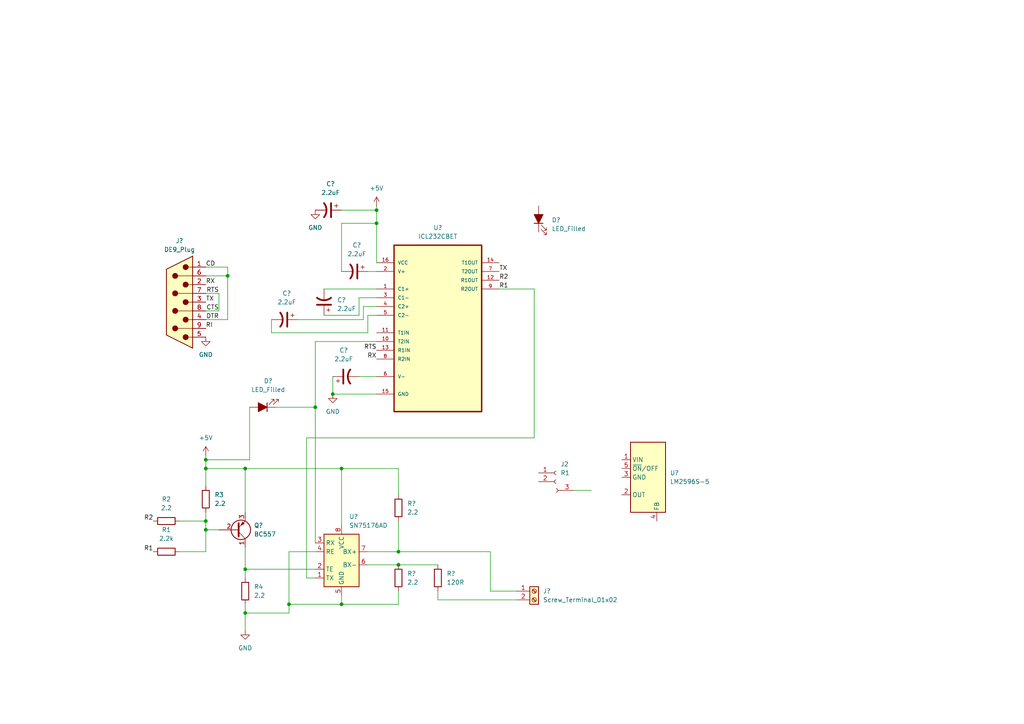
<source format=kicad_sch>
(kicad_sch
	(version 20231120)
	(generator "eeschema")
	(generator_version "8.0")
	(uuid "217b3b6f-a861-4ad7-a5a8-ca01f54289eb")
	(paper "A4")
	(title_block
		(title "RS232 <-> RS422")
		(date "2024-08-09")
		(rev "00")
		(company "Prince Lee Muhera")
	)
	(lib_symbols
		(symbol "Connector:Conn_01x03_Socket"
			(pin_names
				(offset 1.016) hide)
			(exclude_from_sim no)
			(in_bom yes)
			(on_board yes)
			(property "Reference" "J?"
				(at 1.27 1.2701 0)
				(effects
					(font
						(size 1.27 1.27)
					)
					(justify left)
				)
			)
			(property "Value" "Conn_01x03_Socket"
				(at 0 7.62 0)
				(effects
					(font
						(size 1.27 1.27)
					)
					(justify left)
				)
			)
			(property "Footprint" ""
				(at 0 0 0)
				(effects
					(font
						(size 1.27 1.27)
					)
					(hide yes)
				)
			)
			(property "Datasheet" "~"
				(at 0 0 0)
				(effects
					(font
						(size 1.27 1.27)
					)
					(hide yes)
				)
			)
			(property "Description" "Generic connector, single row, 01x03, script generated"
				(at 1.016 12.7 0)
				(effects
					(font
						(size 1.27 1.27)
					)
					(hide yes)
				)
			)
			(property "ki_locked" ""
				(at 0 0 0)
				(effects
					(font
						(size 1.27 1.27)
					)
				)
			)
			(property "ki_keywords" "connector"
				(at 0 0 0)
				(effects
					(font
						(size 1.27 1.27)
					)
					(hide yes)
				)
			)
			(property "ki_fp_filters" "Connector*:*_1x??_*"
				(at 0 0 0)
				(effects
					(font
						(size 1.27 1.27)
					)
					(hide yes)
				)
			)
			(symbol "Conn_01x03_Socket_1_1"
				(arc
					(start 0 -3.048)
					(mid 0.5058 -2.54)
					(end 0 -2.032)
					(stroke
						(width 0.1524)
						(type default)
					)
					(fill
						(type none)
					)
				)
				(polyline
					(pts
						(xy -1.27 0) (xy -0.508 0)
					)
					(stroke
						(width 0.1524)
						(type default)
					)
					(fill
						(type none)
					)
				)
				(polyline
					(pts
						(xy -1.27 2.54) (xy -0.508 2.54)
					)
					(stroke
						(width 0.1524)
						(type default)
					)
					(fill
						(type none)
					)
				)
				(polyline
					(pts
						(xy 1.27 -2.54) (xy 0.508 -2.54)
					)
					(stroke
						(width 0.1524)
						(type default)
					)
					(fill
						(type none)
					)
				)
				(arc
					(start 0 0.508)
					(mid -0.5058 0)
					(end 0 -0.508)
					(stroke
						(width 0.1524)
						(type default)
					)
					(fill
						(type none)
					)
				)
				(arc
					(start 0 3.048)
					(mid -0.5058 2.54)
					(end 0 2.032)
					(stroke
						(width 0.1524)
						(type default)
					)
					(fill
						(type none)
					)
				)
				(pin passive line
					(at -5.08 2.54 0)
					(length 3.81)
					(name "Pin_1"
						(effects
							(font
								(size 1.27 1.27)
							)
						)
					)
					(number "1"
						(effects
							(font
								(size 1.27 1.27)
							)
						)
					)
				)
				(pin passive line
					(at -5.08 0 0)
					(length 3.81)
					(name "Pin_2"
						(effects
							(font
								(size 1.27 1.27)
							)
						)
					)
					(number "2"
						(effects
							(font
								(size 1.27 1.27)
							)
						)
					)
				)
				(pin passive line
					(at 5.08 -2.54 180)
					(length 3.81)
					(name "Pin_3"
						(effects
							(font
								(size 1.27 1.27)
							)
						)
					)
					(number "3"
						(effects
							(font
								(size 1.27 1.27)
							)
						)
					)
				)
			)
		)
		(symbol "Connector:DE9_Plug"
			(pin_names
				(offset 1.016) hide)
			(exclude_from_sim no)
			(in_bom yes)
			(on_board yes)
			(property "Reference" "J"
				(at 0 13.97 0)
				(effects
					(font
						(size 1.27 1.27)
					)
				)
			)
			(property "Value" "DE9_Plug"
				(at 0 -14.605 0)
				(effects
					(font
						(size 1.27 1.27)
					)
				)
			)
			(property "Footprint" ""
				(at 0 0 0)
				(effects
					(font
						(size 1.27 1.27)
					)
					(hide yes)
				)
			)
			(property "Datasheet" "~"
				(at 0 0 0)
				(effects
					(font
						(size 1.27 1.27)
					)
					(hide yes)
				)
			)
			(property "Description" "9-pin male plug pin D-SUB connector"
				(at 0 0 0)
				(effects
					(font
						(size 1.27 1.27)
					)
					(hide yes)
				)
			)
			(property "ki_keywords" "connector male plug D-SUB DB9"
				(at 0 0 0)
				(effects
					(font
						(size 1.27 1.27)
					)
					(hide yes)
				)
			)
			(property "ki_fp_filters" "DSUB*Male*"
				(at 0 0 0)
				(effects
					(font
						(size 1.27 1.27)
					)
					(hide yes)
				)
			)
			(symbol "DE9_Plug_0_1"
				(circle
					(center -1.778 -10.16)
					(radius 0.762)
					(stroke
						(width 0)
						(type default)
					)
					(fill
						(type outline)
					)
				)
				(circle
					(center -1.778 -5.08)
					(radius 0.762)
					(stroke
						(width 0)
						(type default)
					)
					(fill
						(type outline)
					)
				)
				(circle
					(center -1.778 0)
					(radius 0.762)
					(stroke
						(width 0)
						(type default)
					)
					(fill
						(type outline)
					)
				)
				(circle
					(center -1.778 5.08)
					(radius 0.762)
					(stroke
						(width 0)
						(type default)
					)
					(fill
						(type outline)
					)
				)
				(circle
					(center -1.778 10.16)
					(radius 0.762)
					(stroke
						(width 0)
						(type default)
					)
					(fill
						(type outline)
					)
				)
				(polyline
					(pts
						(xy -3.81 -10.16) (xy -2.54 -10.16)
					)
					(stroke
						(width 0)
						(type default)
					)
					(fill
						(type none)
					)
				)
				(polyline
					(pts
						(xy -3.81 -7.62) (xy 0.508 -7.62)
					)
					(stroke
						(width 0)
						(type default)
					)
					(fill
						(type none)
					)
				)
				(polyline
					(pts
						(xy -3.81 -5.08) (xy -2.54 -5.08)
					)
					(stroke
						(width 0)
						(type default)
					)
					(fill
						(type none)
					)
				)
				(polyline
					(pts
						(xy -3.81 -2.54) (xy 0.508 -2.54)
					)
					(stroke
						(width 0)
						(type default)
					)
					(fill
						(type none)
					)
				)
				(polyline
					(pts
						(xy -3.81 0) (xy -2.54 0)
					)
					(stroke
						(width 0)
						(type default)
					)
					(fill
						(type none)
					)
				)
				(polyline
					(pts
						(xy -3.81 2.54) (xy 0.508 2.54)
					)
					(stroke
						(width 0)
						(type default)
					)
					(fill
						(type none)
					)
				)
				(polyline
					(pts
						(xy -3.81 5.08) (xy -2.54 5.08)
					)
					(stroke
						(width 0)
						(type default)
					)
					(fill
						(type none)
					)
				)
				(polyline
					(pts
						(xy -3.81 7.62) (xy 0.508 7.62)
					)
					(stroke
						(width 0)
						(type default)
					)
					(fill
						(type none)
					)
				)
				(polyline
					(pts
						(xy -3.81 10.16) (xy -2.54 10.16)
					)
					(stroke
						(width 0)
						(type default)
					)
					(fill
						(type none)
					)
				)
				(polyline
					(pts
						(xy -3.81 -13.335) (xy -3.81 13.335) (xy 3.81 9.525) (xy 3.81 -9.525) (xy -3.81 -13.335)
					)
					(stroke
						(width 0.254)
						(type default)
					)
					(fill
						(type background)
					)
				)
				(circle
					(center 1.27 -7.62)
					(radius 0.762)
					(stroke
						(width 0)
						(type default)
					)
					(fill
						(type outline)
					)
				)
				(circle
					(center 1.27 -2.54)
					(radius 0.762)
					(stroke
						(width 0)
						(type default)
					)
					(fill
						(type outline)
					)
				)
				(circle
					(center 1.27 2.54)
					(radius 0.762)
					(stroke
						(width 0)
						(type default)
					)
					(fill
						(type outline)
					)
				)
				(circle
					(center 1.27 7.62)
					(radius 0.762)
					(stroke
						(width 0)
						(type default)
					)
					(fill
						(type outline)
					)
				)
			)
			(symbol "DE9_Plug_1_1"
				(pin passive line
					(at -7.62 -10.16 0)
					(length 3.81)
					(name "1"
						(effects
							(font
								(size 1.27 1.27)
							)
						)
					)
					(number "1"
						(effects
							(font
								(size 1.27 1.27)
							)
						)
					)
				)
				(pin passive line
					(at -7.62 -5.08 0)
					(length 3.81)
					(name "2"
						(effects
							(font
								(size 1.27 1.27)
							)
						)
					)
					(number "2"
						(effects
							(font
								(size 1.27 1.27)
							)
						)
					)
				)
				(pin passive line
					(at -7.62 0 0)
					(length 3.81)
					(name "3"
						(effects
							(font
								(size 1.27 1.27)
							)
						)
					)
					(number "3"
						(effects
							(font
								(size 1.27 1.27)
							)
						)
					)
				)
				(pin passive line
					(at -7.62 5.08 0)
					(length 3.81)
					(name "4"
						(effects
							(font
								(size 1.27 1.27)
							)
						)
					)
					(number "4"
						(effects
							(font
								(size 1.27 1.27)
							)
						)
					)
				)
				(pin passive line
					(at -7.62 10.16 0)
					(length 3.81)
					(name "5"
						(effects
							(font
								(size 1.27 1.27)
							)
						)
					)
					(number "5"
						(effects
							(font
								(size 1.27 1.27)
							)
						)
					)
				)
				(pin passive line
					(at -7.62 -7.62 0)
					(length 3.81)
					(name "6"
						(effects
							(font
								(size 1.27 1.27)
							)
						)
					)
					(number "6"
						(effects
							(font
								(size 1.27 1.27)
							)
						)
					)
				)
				(pin passive line
					(at -7.62 -2.54 0)
					(length 3.81)
					(name "7"
						(effects
							(font
								(size 1.27 1.27)
							)
						)
					)
					(number "7"
						(effects
							(font
								(size 1.27 1.27)
							)
						)
					)
				)
				(pin passive line
					(at -7.62 2.54 0)
					(length 3.81)
					(name "8"
						(effects
							(font
								(size 1.27 1.27)
							)
						)
					)
					(number "8"
						(effects
							(font
								(size 1.27 1.27)
							)
						)
					)
				)
				(pin passive line
					(at -7.62 7.62 0)
					(length 3.81)
					(name "9"
						(effects
							(font
								(size 1.27 1.27)
							)
						)
					)
					(number "9"
						(effects
							(font
								(size 1.27 1.27)
							)
						)
					)
				)
			)
		)
		(symbol "Connector:Screw_Terminal_01x02"
			(pin_names
				(offset 1.016) hide)
			(exclude_from_sim no)
			(in_bom yes)
			(on_board yes)
			(property "Reference" "J"
				(at 0 2.54 0)
				(effects
					(font
						(size 1.27 1.27)
					)
				)
			)
			(property "Value" "Screw_Terminal_01x02"
				(at 0 -5.08 0)
				(effects
					(font
						(size 1.27 1.27)
					)
				)
			)
			(property "Footprint" ""
				(at 0 0 0)
				(effects
					(font
						(size 1.27 1.27)
					)
					(hide yes)
				)
			)
			(property "Datasheet" "~"
				(at 0 0 0)
				(effects
					(font
						(size 1.27 1.27)
					)
					(hide yes)
				)
			)
			(property "Description" "Generic screw terminal, single row, 01x02, script generated (kicad-library-utils/schlib/autogen/connector/)"
				(at 0 0 0)
				(effects
					(font
						(size 1.27 1.27)
					)
					(hide yes)
				)
			)
			(property "ki_keywords" "screw terminal"
				(at 0 0 0)
				(effects
					(font
						(size 1.27 1.27)
					)
					(hide yes)
				)
			)
			(property "ki_fp_filters" "TerminalBlock*:*"
				(at 0 0 0)
				(effects
					(font
						(size 1.27 1.27)
					)
					(hide yes)
				)
			)
			(symbol "Screw_Terminal_01x02_1_1"
				(rectangle
					(start -1.27 1.27)
					(end 1.27 -3.81)
					(stroke
						(width 0.254)
						(type default)
					)
					(fill
						(type background)
					)
				)
				(circle
					(center 0 -2.54)
					(radius 0.635)
					(stroke
						(width 0.1524)
						(type default)
					)
					(fill
						(type none)
					)
				)
				(polyline
					(pts
						(xy -0.5334 -2.2098) (xy 0.3302 -3.048)
					)
					(stroke
						(width 0.1524)
						(type default)
					)
					(fill
						(type none)
					)
				)
				(polyline
					(pts
						(xy -0.5334 0.3302) (xy 0.3302 -0.508)
					)
					(stroke
						(width 0.1524)
						(type default)
					)
					(fill
						(type none)
					)
				)
				(polyline
					(pts
						(xy -0.3556 -2.032) (xy 0.508 -2.8702)
					)
					(stroke
						(width 0.1524)
						(type default)
					)
					(fill
						(type none)
					)
				)
				(polyline
					(pts
						(xy -0.3556 0.508) (xy 0.508 -0.3302)
					)
					(stroke
						(width 0.1524)
						(type default)
					)
					(fill
						(type none)
					)
				)
				(circle
					(center 0 0)
					(radius 0.635)
					(stroke
						(width 0.1524)
						(type default)
					)
					(fill
						(type none)
					)
				)
				(pin passive line
					(at -5.08 0 0)
					(length 3.81)
					(name "Pin_1"
						(effects
							(font
								(size 1.27 1.27)
							)
						)
					)
					(number "1"
						(effects
							(font
								(size 1.27 1.27)
							)
						)
					)
				)
				(pin passive line
					(at -5.08 -2.54 0)
					(length 3.81)
					(name "Pin_2"
						(effects
							(font
								(size 1.27 1.27)
							)
						)
					)
					(number "2"
						(effects
							(font
								(size 1.27 1.27)
							)
						)
					)
				)
			)
		)
		(symbol "Device:C_Polarized_US"
			(pin_numbers hide)
			(pin_names
				(offset 0.254) hide)
			(exclude_from_sim no)
			(in_bom yes)
			(on_board yes)
			(property "Reference" "C"
				(at 0.635 2.54 0)
				(effects
					(font
						(size 1.27 1.27)
					)
					(justify left)
				)
			)
			(property "Value" "C_Polarized_US"
				(at 0.635 -2.54 0)
				(effects
					(font
						(size 1.27 1.27)
					)
					(justify left)
				)
			)
			(property "Footprint" ""
				(at 0 0 0)
				(effects
					(font
						(size 1.27 1.27)
					)
					(hide yes)
				)
			)
			(property "Datasheet" "~"
				(at 0 0 0)
				(effects
					(font
						(size 1.27 1.27)
					)
					(hide yes)
				)
			)
			(property "Description" "Polarized capacitor, US symbol"
				(at 0 0 0)
				(effects
					(font
						(size 1.27 1.27)
					)
					(hide yes)
				)
			)
			(property "ki_keywords" "cap capacitor"
				(at 0 0 0)
				(effects
					(font
						(size 1.27 1.27)
					)
					(hide yes)
				)
			)
			(property "ki_fp_filters" "CP_*"
				(at 0 0 0)
				(effects
					(font
						(size 1.27 1.27)
					)
					(hide yes)
				)
			)
			(symbol "C_Polarized_US_0_1"
				(polyline
					(pts
						(xy -2.032 0.762) (xy 2.032 0.762)
					)
					(stroke
						(width 0.508)
						(type default)
					)
					(fill
						(type none)
					)
				)
				(polyline
					(pts
						(xy -1.778 2.286) (xy -0.762 2.286)
					)
					(stroke
						(width 0)
						(type default)
					)
					(fill
						(type none)
					)
				)
				(polyline
					(pts
						(xy -1.27 1.778) (xy -1.27 2.794)
					)
					(stroke
						(width 0)
						(type default)
					)
					(fill
						(type none)
					)
				)
				(arc
					(start 2.032 -1.27)
					(mid 0 -0.5572)
					(end -2.032 -1.27)
					(stroke
						(width 0.508)
						(type default)
					)
					(fill
						(type none)
					)
				)
			)
			(symbol "C_Polarized_US_1_1"
				(pin passive line
					(at 0 3.81 270)
					(length 2.794)
					(name "~"
						(effects
							(font
								(size 1.27 1.27)
							)
						)
					)
					(number "1"
						(effects
							(font
								(size 1.27 1.27)
							)
						)
					)
				)
				(pin passive line
					(at 0 -3.81 90)
					(length 3.302)
					(name "~"
						(effects
							(font
								(size 1.27 1.27)
							)
						)
					)
					(number "2"
						(effects
							(font
								(size 1.27 1.27)
							)
						)
					)
				)
			)
		)
		(symbol "Device:LED_Filled"
			(pin_numbers hide)
			(pin_names
				(offset 1.016) hide)
			(exclude_from_sim no)
			(in_bom yes)
			(on_board yes)
			(property "Reference" "D"
				(at 0 2.54 0)
				(effects
					(font
						(size 1.27 1.27)
					)
				)
			)
			(property "Value" "LED_Filled"
				(at 0 -2.54 0)
				(effects
					(font
						(size 1.27 1.27)
					)
				)
			)
			(property "Footprint" ""
				(at 0 0 0)
				(effects
					(font
						(size 1.27 1.27)
					)
					(hide yes)
				)
			)
			(property "Datasheet" "~"
				(at 0 0 0)
				(effects
					(font
						(size 1.27 1.27)
					)
					(hide yes)
				)
			)
			(property "Description" "Light emitting diode, filled shape"
				(at 0 0 0)
				(effects
					(font
						(size 1.27 1.27)
					)
					(hide yes)
				)
			)
			(property "ki_keywords" "LED diode"
				(at 0 0 0)
				(effects
					(font
						(size 1.27 1.27)
					)
					(hide yes)
				)
			)
			(property "ki_fp_filters" "LED* LED_SMD:* LED_THT:*"
				(at 0 0 0)
				(effects
					(font
						(size 1.27 1.27)
					)
					(hide yes)
				)
			)
			(symbol "LED_Filled_0_1"
				(polyline
					(pts
						(xy -1.27 -1.27) (xy -1.27 1.27)
					)
					(stroke
						(width 0.254)
						(type default)
					)
					(fill
						(type none)
					)
				)
				(polyline
					(pts
						(xy -1.27 0) (xy 1.27 0)
					)
					(stroke
						(width 0)
						(type default)
					)
					(fill
						(type none)
					)
				)
				(polyline
					(pts
						(xy 1.27 -1.27) (xy 1.27 1.27) (xy -1.27 0) (xy 1.27 -1.27)
					)
					(stroke
						(width 0.254)
						(type default)
					)
					(fill
						(type outline)
					)
				)
				(polyline
					(pts
						(xy -3.048 -0.762) (xy -4.572 -2.286) (xy -3.81 -2.286) (xy -4.572 -2.286) (xy -4.572 -1.524)
					)
					(stroke
						(width 0)
						(type default)
					)
					(fill
						(type none)
					)
				)
				(polyline
					(pts
						(xy -1.778 -0.762) (xy -3.302 -2.286) (xy -2.54 -2.286) (xy -3.302 -2.286) (xy -3.302 -1.524)
					)
					(stroke
						(width 0)
						(type default)
					)
					(fill
						(type none)
					)
				)
			)
			(symbol "LED_Filled_1_1"
				(pin passive line
					(at -3.81 0 0)
					(length 2.54)
					(name "K"
						(effects
							(font
								(size 1.27 1.27)
							)
						)
					)
					(number "1"
						(effects
							(font
								(size 1.27 1.27)
							)
						)
					)
				)
				(pin passive line
					(at 3.81 0 180)
					(length 2.54)
					(name "A"
						(effects
							(font
								(size 1.27 1.27)
							)
						)
					)
					(number "2"
						(effects
							(font
								(size 1.27 1.27)
							)
						)
					)
				)
			)
		)
		(symbol "Device:R"
			(pin_numbers hide)
			(pin_names
				(offset 0)
			)
			(exclude_from_sim no)
			(in_bom yes)
			(on_board yes)
			(property "Reference" "R"
				(at 2.032 0 90)
				(effects
					(font
						(size 1.27 1.27)
					)
				)
			)
			(property "Value" "R"
				(at 0 0 90)
				(effects
					(font
						(size 1.27 1.27)
					)
				)
			)
			(property "Footprint" ""
				(at -1.778 0 90)
				(effects
					(font
						(size 1.27 1.27)
					)
					(hide yes)
				)
			)
			(property "Datasheet" "~"
				(at 0 0 0)
				(effects
					(font
						(size 1.27 1.27)
					)
					(hide yes)
				)
			)
			(property "Description" "Resistor"
				(at 0 0 0)
				(effects
					(font
						(size 1.27 1.27)
					)
					(hide yes)
				)
			)
			(property "ki_keywords" "R res resistor"
				(at 0 0 0)
				(effects
					(font
						(size 1.27 1.27)
					)
					(hide yes)
				)
			)
			(property "ki_fp_filters" "R_*"
				(at 0 0 0)
				(effects
					(font
						(size 1.27 1.27)
					)
					(hide yes)
				)
			)
			(symbol "R_0_1"
				(rectangle
					(start -1.016 -2.54)
					(end 1.016 2.54)
					(stroke
						(width 0.254)
						(type default)
					)
					(fill
						(type none)
					)
				)
			)
			(symbol "R_1_1"
				(pin passive line
					(at 0 3.81 270)
					(length 1.27)
					(name "~"
						(effects
							(font
								(size 1.27 1.27)
							)
						)
					)
					(number "1"
						(effects
							(font
								(size 1.27 1.27)
							)
						)
					)
				)
				(pin passive line
					(at 0 -3.81 90)
					(length 1.27)
					(name "~"
						(effects
							(font
								(size 1.27 1.27)
							)
						)
					)
					(number "2"
						(effects
							(font
								(size 1.27 1.27)
							)
						)
					)
				)
			)
		)
		(symbol "ICL232CBET:ICL232CBET"
			(pin_names
				(offset 1.016)
			)
			(exclude_from_sim no)
			(in_bom yes)
			(on_board yes)
			(property "Reference" "U"
				(at -3.862 22.8926 0)
				(effects
					(font
						(size 1.27 1.27)
					)
					(justify left bottom)
				)
			)
			(property "Value" "ICL232CBET"
				(at -5.7203 -32.6948 0)
				(effects
					(font
						(size 1.27 1.27)
					)
					(justify left bottom)
				)
			)
			(property "Footprint" "ICL232CBET:SOIC127P1030X265-16N"
				(at 0 0 0)
				(effects
					(font
						(size 1.27 1.27)
					)
					(justify bottom)
					(hide yes)
				)
			)
			(property "Datasheet" ""
				(at 0 0 0)
				(effects
					(font
						(size 1.27 1.27)
					)
					(hide yes)
				)
			)
			(property "Description" ""
				(at 0 0 0)
				(effects
					(font
						(size 1.27 1.27)
					)
					(hide yes)
				)
			)
			(property "MF" "Intersil"
				(at 0 0 0)
				(effects
					(font
						(size 1.27 1.27)
					)
					(justify bottom)
					(hide yes)
				)
			)
			(property "Description_1" "\nRS-232 Interface IC W/ANNEAL RS232 5V 2D /2R 1UF CAPS 16W COM\n"
				(at 0 0 0)
				(effects
					(font
						(size 1.27 1.27)
					)
					(justify bottom)
					(hide yes)
				)
			)
			(property "PACKAGE" "SOIC-16"
				(at 0 0 0)
				(effects
					(font
						(size 1.27 1.27)
					)
					(justify bottom)
					(hide yes)
				)
			)
			(property "MPN" "ICL232CBET"
				(at 0 0 0)
				(effects
					(font
						(size 1.27 1.27)
					)
					(justify bottom)
					(hide yes)
				)
			)
			(property "Price" "None"
				(at 0 0 0)
				(effects
					(font
						(size 1.27 1.27)
					)
					(justify bottom)
					(hide yes)
				)
			)
			(property "Package" "SOIC-16 Analog Devices"
				(at 0 0 0)
				(effects
					(font
						(size 1.27 1.27)
					)
					(justify bottom)
					(hide yes)
				)
			)
			(property "OC_FARNELL" "1562052"
				(at 0 0 0)
				(effects
					(font
						(size 1.27 1.27)
					)
					(justify bottom)
					(hide yes)
				)
			)
			(property "SnapEDA_Link" "https://www.snapeda.com/parts/ICL232CBE/Intersil/view-part/?ref=snap"
				(at 0 0 0)
				(effects
					(font
						(size 1.27 1.27)
					)
					(justify bottom)
					(hide yes)
				)
			)
			(property "MP" "ICL232CBE"
				(at 0 0 0)
				(effects
					(font
						(size 1.27 1.27)
					)
					(justify bottom)
					(hide yes)
				)
			)
			(property "SUPPLIER" "INTERSIL"
				(at 0 0 0)
				(effects
					(font
						(size 1.27 1.27)
					)
					(justify bottom)
					(hide yes)
				)
			)
			(property "OC_NEWARK" "79K6897"
				(at 0 0 0)
				(effects
					(font
						(size 1.27 1.27)
					)
					(justify bottom)
					(hide yes)
				)
			)
			(property "Availability" "In Stock"
				(at 0 0 0)
				(effects
					(font
						(size 1.27 1.27)
					)
					(justify bottom)
					(hide yes)
				)
			)
			(property "Check_prices" "https://www.snapeda.com/parts/ICL232CBE/Intersil/view-part/?ref=eda"
				(at 0 0 0)
				(effects
					(font
						(size 1.27 1.27)
					)
					(justify bottom)
					(hide yes)
				)
			)
			(symbol "ICL232CBET_0_0"
				(rectangle
					(start -12.7 -27.94)
					(end 12.7 20.32)
					(stroke
						(width 0.4064)
						(type default)
					)
					(fill
						(type background)
					)
				)
				(pin passive line
					(at -17.78 7.62 0)
					(length 5.08)
					(name "C1+"
						(effects
							(font
								(size 1.016 1.016)
							)
						)
					)
					(number "1"
						(effects
							(font
								(size 1.016 1.016)
							)
						)
					)
				)
				(pin input line
					(at -17.78 -7.62 0)
					(length 5.08)
					(name "T2IN"
						(effects
							(font
								(size 1.016 1.016)
							)
						)
					)
					(number "10"
						(effects
							(font
								(size 1.016 1.016)
							)
						)
					)
				)
				(pin input line
					(at -17.78 -5.08 0)
					(length 5.08)
					(name "T1IN"
						(effects
							(font
								(size 1.016 1.016)
							)
						)
					)
					(number "11"
						(effects
							(font
								(size 1.016 1.016)
							)
						)
					)
				)
				(pin output line
					(at 17.78 10.16 180)
					(length 5.08)
					(name "R1OUT"
						(effects
							(font
								(size 1.016 1.016)
							)
						)
					)
					(number "12"
						(effects
							(font
								(size 1.016 1.016)
							)
						)
					)
				)
				(pin input line
					(at -17.78 -10.16 0)
					(length 5.08)
					(name "R1IN"
						(effects
							(font
								(size 1.016 1.016)
							)
						)
					)
					(number "13"
						(effects
							(font
								(size 1.016 1.016)
							)
						)
					)
				)
				(pin output line
					(at 17.78 15.24 180)
					(length 5.08)
					(name "T1OUT"
						(effects
							(font
								(size 1.016 1.016)
							)
						)
					)
					(number "14"
						(effects
							(font
								(size 1.016 1.016)
							)
						)
					)
				)
				(pin passive line
					(at -17.78 -22.86 0)
					(length 5.08)
					(name "GND"
						(effects
							(font
								(size 1.016 1.016)
							)
						)
					)
					(number "15"
						(effects
							(font
								(size 1.016 1.016)
							)
						)
					)
				)
				(pin power_in line
					(at -17.78 15.24 0)
					(length 5.08)
					(name "VCC"
						(effects
							(font
								(size 1.016 1.016)
							)
						)
					)
					(number "16"
						(effects
							(font
								(size 1.016 1.016)
							)
						)
					)
				)
				(pin power_in line
					(at -17.78 12.7 0)
					(length 5.08)
					(name "V+"
						(effects
							(font
								(size 1.016 1.016)
							)
						)
					)
					(number "2"
						(effects
							(font
								(size 1.016 1.016)
							)
						)
					)
				)
				(pin passive line
					(at -17.78 5.08 0)
					(length 5.08)
					(name "C1-"
						(effects
							(font
								(size 1.016 1.016)
							)
						)
					)
					(number "3"
						(effects
							(font
								(size 1.016 1.016)
							)
						)
					)
				)
				(pin passive line
					(at -17.78 2.54 0)
					(length 5.08)
					(name "C2+"
						(effects
							(font
								(size 1.016 1.016)
							)
						)
					)
					(number "4"
						(effects
							(font
								(size 1.016 1.016)
							)
						)
					)
				)
				(pin passive line
					(at -17.78 0 0)
					(length 5.08)
					(name "C2-"
						(effects
							(font
								(size 1.016 1.016)
							)
						)
					)
					(number "5"
						(effects
							(font
								(size 1.016 1.016)
							)
						)
					)
				)
				(pin power_in line
					(at -17.78 -17.78 0)
					(length 5.08)
					(name "V-"
						(effects
							(font
								(size 1.016 1.016)
							)
						)
					)
					(number "6"
						(effects
							(font
								(size 1.016 1.016)
							)
						)
					)
				)
				(pin output line
					(at 17.78 12.7 180)
					(length 5.08)
					(name "T2OUT"
						(effects
							(font
								(size 1.016 1.016)
							)
						)
					)
					(number "7"
						(effects
							(font
								(size 1.016 1.016)
							)
						)
					)
				)
				(pin input line
					(at -17.78 -12.7 0)
					(length 5.08)
					(name "R2IN"
						(effects
							(font
								(size 1.016 1.016)
							)
						)
					)
					(number "8"
						(effects
							(font
								(size 1.016 1.016)
							)
						)
					)
				)
				(pin output line
					(at 17.78 7.62 180)
					(length 5.08)
					(name "R2OUT"
						(effects
							(font
								(size 1.016 1.016)
							)
						)
					)
					(number "9"
						(effects
							(font
								(size 1.016 1.016)
							)
						)
					)
				)
			)
		)
		(symbol "Interface_UART:SN75176AD"
			(exclude_from_sim no)
			(in_bom yes)
			(on_board yes)
			(property "Reference" "U?"
				(at 2.1941 12.7 0)
				(effects
					(font
						(size 1.27 1.27)
					)
					(justify left)
				)
			)
			(property "Value" "SN75176AD"
				(at 2.1941 10.16 0)
				(effects
					(font
						(size 1.27 1.27)
					)
					(justify left)
				)
			)
			(property "Footprint" "Package_SO:SOIC-8_3.9x4.9mm_P1.27mm"
				(at 0 -12.7 0)
				(effects
					(font
						(size 1.27 1.27)
					)
					(hide yes)
				)
			)
			(property "Datasheet" "http://www.ti.com/lit/ds/symlink/sn75176a.pdf"
				(at 5.08 -24.13 0)
				(effects
					(font
						(size 1.27 1.27)
					)
					(hide yes)
				)
			)
			(property "Description" "Differential RS-422/RS-485 bus transceiver, SOIC-8"
				(at -0.762 18.288 0)
				(effects
					(font
						(size 1.27 1.27)
					)
					(hide yes)
				)
			)
			(property "ki_keywords" "Differential bus transceiver"
				(at 0 0 0)
				(effects
					(font
						(size 1.27 1.27)
					)
					(hide yes)
				)
			)
			(property "ki_fp_filters" "SOIC*3.9x4.9mm*P1.27mm*"
				(at 0 0 0)
				(effects
					(font
						(size 1.27 1.27)
					)
					(hide yes)
				)
			)
			(symbol "SN75176AD_0_1"
				(rectangle
					(start -5.08 7.62)
					(end 5.08 -7.62)
					(stroke
						(width 0.254)
						(type default)
					)
					(fill
						(type background)
					)
				)
			)
			(symbol "SN75176AD_1_1"
				(pin output line
					(at -7.62 -5.08 0)
					(length 2.54)
					(name "TX"
						(effects
							(font
								(size 1.27 1.27)
							)
						)
					)
					(number "1"
						(effects
							(font
								(size 1.27 1.27)
							)
						)
					)
				)
				(pin input line
					(at -7.62 -2.54 0)
					(length 2.54)
					(name "TE"
						(effects
							(font
								(size 1.27 1.27)
							)
						)
					)
					(number "2"
						(effects
							(font
								(size 1.27 1.27)
							)
						)
					)
				)
				(pin input line
					(at -7.62 5.08 0)
					(length 2.54)
					(name "RX"
						(effects
							(font
								(size 1.27 1.27)
							)
						)
					)
					(number "3"
						(effects
							(font
								(size 1.27 1.27)
							)
						)
					)
				)
				(pin input line
					(at -7.62 2.54 0)
					(length 2.54)
					(name "RE"
						(effects
							(font
								(size 1.27 1.27)
							)
						)
					)
					(number "4"
						(effects
							(font
								(size 1.27 1.27)
							)
						)
					)
				)
				(pin power_in line
					(at 0 -10.16 90)
					(length 2.54)
					(name "GND"
						(effects
							(font
								(size 1.27 1.27)
							)
						)
					)
					(number "5"
						(effects
							(font
								(size 1.27 1.27)
							)
						)
					)
				)
				(pin bidirectional line
					(at 7.62 -1.27 180)
					(length 2.54)
					(name "BX-"
						(effects
							(font
								(size 1.27 1.27)
							)
						)
					)
					(number "6"
						(effects
							(font
								(size 1.27 1.27)
							)
						)
					)
				)
				(pin bidirectional line
					(at 7.62 2.54 180)
					(length 2.54)
					(name "BX+"
						(effects
							(font
								(size 1.27 1.27)
							)
						)
					)
					(number "7"
						(effects
							(font
								(size 1.27 1.27)
							)
						)
					)
				)
				(pin power_in line
					(at 0 10.16 270)
					(length 2.54)
					(name "VCC"
						(effects
							(font
								(size 1.27 1.27)
							)
						)
					)
					(number "8"
						(effects
							(font
								(size 1.27 1.27)
							)
						)
					)
				)
			)
		)
		(symbol "Regulator_Switching:LM2596S-5"
			(exclude_from_sim no)
			(in_bom yes)
			(on_board yes)
			(property "Reference" "U?"
				(at -1.2701 6.35 90)
				(effects
					(font
						(size 1.27 1.27)
					)
					(justify left)
				)
			)
			(property "Value" "LM2596S-5"
				(at 1.2699 6.35 90)
				(effects
					(font
						(size 1.27 1.27)
					)
					(justify left)
				)
			)
			(property "Footprint" "Package_TO_SOT_SMD:TO-263-5_TabPin3"
				(at 7.112 -23.622 0)
				(effects
					(font
						(size 1.27 1.27)
						(italic yes)
					)
					(justify left)
					(hide yes)
				)
			)
			(property "Datasheet" "http://www.ti.com/lit/ds/symlink/lm2596.pdf"
				(at 27.432 -22.86 0)
				(effects
					(font
						(size 1.27 1.27)
					)
					(hide yes)
				)
			)
			(property "Description" "5V 3A Step-Down Voltage Regulator, TO-263"
				(at 28.448 -23.622 0)
				(effects
					(font
						(size 1.27 1.27)
					)
					(hide yes)
				)
			)
			(property "ki_keywords" "Step-Down Voltage Regulator 5V 3A"
				(at 0 0 0)
				(effects
					(font
						(size 1.27 1.27)
					)
					(hide yes)
				)
			)
			(property "ki_fp_filters" "TO?263*"
				(at 0 0 0)
				(effects
					(font
						(size 1.27 1.27)
					)
					(hide yes)
				)
			)
			(symbol "LM2596S-5_0_1"
				(rectangle
					(start -10.16 5.08)
					(end 10.16 -5.08)
					(stroke
						(width 0.254)
						(type default)
					)
					(fill
						(type background)
					)
				)
			)
			(symbol "LM2596S-5_1_1"
				(pin power_in line
					(at -5.08 -7.62 90)
					(length 2.54)
					(name "VIN"
						(effects
							(font
								(size 1.27 1.27)
							)
						)
					)
					(number "1"
						(effects
							(font
								(size 1.27 1.27)
							)
						)
					)
				)
				(pin output line
					(at 5.08 -7.62 90)
					(length 2.54)
					(name "OUT"
						(effects
							(font
								(size 1.27 1.27)
							)
						)
					)
					(number "2"
						(effects
							(font
								(size 1.27 1.27)
							)
						)
					)
				)
				(pin power_in line
					(at 0 -7.62 90)
					(length 2.54)
					(name "GND"
						(effects
							(font
								(size 1.27 1.27)
							)
						)
					)
					(number "3"
						(effects
							(font
								(size 1.27 1.27)
							)
						)
					)
				)
				(pin input line
					(at 12.7 2.54 180)
					(length 2.54)
					(name "FB"
						(effects
							(font
								(size 1.27 1.27)
							)
						)
					)
					(number "4"
						(effects
							(font
								(size 1.27 1.27)
							)
						)
					)
				)
				(pin input line
					(at -2.54 -7.62 90)
					(length 2.54)
					(name "~{ON}/OFF"
						(effects
							(font
								(size 1.27 1.27)
							)
						)
					)
					(number "5"
						(effects
							(font
								(size 1.27 1.27)
							)
						)
					)
				)
			)
		)
		(symbol "Transistor_BJT:BC557"
			(pin_names
				(offset 0) hide)
			(exclude_from_sim no)
			(in_bom yes)
			(on_board yes)
			(property "Reference" "Q"
				(at 5.08 1.905 0)
				(effects
					(font
						(size 1.27 1.27)
					)
					(justify left)
				)
			)
			(property "Value" "BC557"
				(at 5.08 0 0)
				(effects
					(font
						(size 1.27 1.27)
					)
					(justify left)
				)
			)
			(property "Footprint" "Package_TO_SOT_THT:TO-92_Inline"
				(at 5.08 -1.905 0)
				(effects
					(font
						(size 1.27 1.27)
						(italic yes)
					)
					(justify left)
					(hide yes)
				)
			)
			(property "Datasheet" "https://www.onsemi.com/pub/Collateral/BC556BTA-D.pdf"
				(at 0 0 0)
				(effects
					(font
						(size 1.27 1.27)
					)
					(justify left)
					(hide yes)
				)
			)
			(property "Description" "0.1A Ic, 45V Vce, PNP Small Signal Transistor, TO-92"
				(at 0 0 0)
				(effects
					(font
						(size 1.27 1.27)
					)
					(hide yes)
				)
			)
			(property "ki_keywords" "PNP Transistor"
				(at 0 0 0)
				(effects
					(font
						(size 1.27 1.27)
					)
					(hide yes)
				)
			)
			(property "ki_fp_filters" "TO?92*"
				(at 0 0 0)
				(effects
					(font
						(size 1.27 1.27)
					)
					(hide yes)
				)
			)
			(symbol "BC557_0_1"
				(polyline
					(pts
						(xy 0.635 0.635) (xy 2.54 2.54)
					)
					(stroke
						(width 0)
						(type default)
					)
					(fill
						(type none)
					)
				)
				(polyline
					(pts
						(xy 0.635 -0.635) (xy 2.54 -2.54) (xy 2.54 -2.54)
					)
					(stroke
						(width 0)
						(type default)
					)
					(fill
						(type none)
					)
				)
				(polyline
					(pts
						(xy 0.635 1.905) (xy 0.635 -1.905) (xy 0.635 -1.905)
					)
					(stroke
						(width 0.508)
						(type default)
					)
					(fill
						(type none)
					)
				)
				(polyline
					(pts
						(xy 2.286 -1.778) (xy 1.778 -2.286) (xy 1.27 -1.27) (xy 2.286 -1.778) (xy 2.286 -1.778)
					)
					(stroke
						(width 0)
						(type default)
					)
					(fill
						(type outline)
					)
				)
				(circle
					(center 1.27 0)
					(radius 2.8194)
					(stroke
						(width 0.254)
						(type default)
					)
					(fill
						(type none)
					)
				)
			)
			(symbol "BC557_1_1"
				(pin passive line
					(at 2.54 5.08 270)
					(length 2.54)
					(name "C"
						(effects
							(font
								(size 1.27 1.27)
							)
						)
					)
					(number "1"
						(effects
							(font
								(size 1.27 1.27)
							)
						)
					)
				)
				(pin input line
					(at -5.08 0 0)
					(length 5.715)
					(name "B"
						(effects
							(font
								(size 1.27 1.27)
							)
						)
					)
					(number "2"
						(effects
							(font
								(size 1.27 1.27)
							)
						)
					)
				)
				(pin passive line
					(at 2.54 -5.08 90)
					(length 2.54)
					(name "E"
						(effects
							(font
								(size 1.27 1.27)
							)
						)
					)
					(number "3"
						(effects
							(font
								(size 1.27 1.27)
							)
						)
					)
				)
			)
		)
		(symbol "power:+5V"
			(power)
			(pin_numbers hide)
			(pin_names
				(offset 0) hide)
			(exclude_from_sim no)
			(in_bom yes)
			(on_board yes)
			(property "Reference" "#PWR"
				(at 0 -3.81 0)
				(effects
					(font
						(size 1.27 1.27)
					)
					(hide yes)
				)
			)
			(property "Value" "+5V"
				(at 0 3.556 0)
				(effects
					(font
						(size 1.27 1.27)
					)
				)
			)
			(property "Footprint" ""
				(at 0 0 0)
				(effects
					(font
						(size 1.27 1.27)
					)
					(hide yes)
				)
			)
			(property "Datasheet" ""
				(at 0 0 0)
				(effects
					(font
						(size 1.27 1.27)
					)
					(hide yes)
				)
			)
			(property "Description" "Power symbol creates a global label with name \"+5V\""
				(at 0 0 0)
				(effects
					(font
						(size 1.27 1.27)
					)
					(hide yes)
				)
			)
			(property "ki_keywords" "global power"
				(at 0 0 0)
				(effects
					(font
						(size 1.27 1.27)
					)
					(hide yes)
				)
			)
			(symbol "+5V_0_1"
				(polyline
					(pts
						(xy -0.762 1.27) (xy 0 2.54)
					)
					(stroke
						(width 0)
						(type default)
					)
					(fill
						(type none)
					)
				)
				(polyline
					(pts
						(xy 0 0) (xy 0 2.54)
					)
					(stroke
						(width 0)
						(type default)
					)
					(fill
						(type none)
					)
				)
				(polyline
					(pts
						(xy 0 2.54) (xy 0.762 1.27)
					)
					(stroke
						(width 0)
						(type default)
					)
					(fill
						(type none)
					)
				)
			)
			(symbol "+5V_1_1"
				(pin power_in line
					(at 0 0 90)
					(length 0)
					(name "~"
						(effects
							(font
								(size 1.27 1.27)
							)
						)
					)
					(number "1"
						(effects
							(font
								(size 1.27 1.27)
							)
						)
					)
				)
			)
		)
		(symbol "power:GND"
			(power)
			(pin_numbers hide)
			(pin_names
				(offset 0) hide)
			(exclude_from_sim no)
			(in_bom yes)
			(on_board yes)
			(property "Reference" "#PWR"
				(at 0 -6.35 0)
				(effects
					(font
						(size 1.27 1.27)
					)
					(hide yes)
				)
			)
			(property "Value" "GND"
				(at 0 -3.81 0)
				(effects
					(font
						(size 1.27 1.27)
					)
				)
			)
			(property "Footprint" ""
				(at 0 0 0)
				(effects
					(font
						(size 1.27 1.27)
					)
					(hide yes)
				)
			)
			(property "Datasheet" ""
				(at 0 0 0)
				(effects
					(font
						(size 1.27 1.27)
					)
					(hide yes)
				)
			)
			(property "Description" "Power symbol creates a global label with name \"GND\" , ground"
				(at 0 0 0)
				(effects
					(font
						(size 1.27 1.27)
					)
					(hide yes)
				)
			)
			(property "ki_keywords" "global power"
				(at 0 0 0)
				(effects
					(font
						(size 1.27 1.27)
					)
					(hide yes)
				)
			)
			(symbol "GND_0_1"
				(polyline
					(pts
						(xy 0 0) (xy 0 -1.27) (xy 1.27 -1.27) (xy 0 -2.54) (xy -1.27 -1.27) (xy 0 -1.27)
					)
					(stroke
						(width 0)
						(type default)
					)
					(fill
						(type none)
					)
				)
			)
			(symbol "GND_1_1"
				(pin power_in line
					(at 0 0 270)
					(length 0)
					(name "~"
						(effects
							(font
								(size 1.27 1.27)
							)
						)
					)
					(number "1"
						(effects
							(font
								(size 1.27 1.27)
							)
						)
					)
				)
			)
		)
	)
	(junction
		(at 109.22 64.77)
		(diameter 0)
		(color 0 0 0 0)
		(uuid "1bf93437-0346-4f2b-a2df-db562c8bbdca")
	)
	(junction
		(at 115.57 163.83)
		(diameter 0)
		(color 0 0 0 0)
		(uuid "25e4aeab-837e-482b-b6a6-a5bbf0aac62d")
	)
	(junction
		(at 115.57 160.02)
		(diameter 0)
		(color 0 0 0 0)
		(uuid "3bc7e4a0-6063-479b-9122-973dbcab2e80")
	)
	(junction
		(at 59.69 135.89)
		(diameter 0)
		(color 0 0 0 0)
		(uuid "3fed74f2-af95-48c9-8ab1-639eae77f9fd")
	)
	(junction
		(at 109.22 60.96)
		(diameter 0)
		(color 0 0 0 0)
		(uuid "49a5691f-4403-4dfd-ac54-0499cecb965a")
	)
	(junction
		(at 99.06 135.89)
		(diameter 0)
		(color 0 0 0 0)
		(uuid "4c60b10d-26a5-42c0-a3d1-6ba6b4b97e0b")
	)
	(junction
		(at 83.82 175.26)
		(diameter 0)
		(color 0 0 0 0)
		(uuid "50072741-2481-4a52-8863-d61083887121")
	)
	(junction
		(at 91.44 118.11)
		(diameter 0)
		(color 0 0 0 0)
		(uuid "677789bc-6548-461c-a9f6-4d4d2879aa40")
	)
	(junction
		(at 99.06 175.26)
		(diameter 0)
		(color 0 0 0 0)
		(uuid "728be254-2c28-4002-8a11-432b027289cc")
	)
	(junction
		(at 66.04 80.01)
		(diameter 0)
		(color 0 0 0 0)
		(uuid "884d32e2-a662-4781-85ec-15b34138bab1")
	)
	(junction
		(at 59.69 133.35)
		(diameter 0)
		(color 0 0 0 0)
		(uuid "8de9de4a-e14a-455b-a48a-294465701926")
	)
	(junction
		(at 71.12 177.8)
		(diameter 0)
		(color 0 0 0 0)
		(uuid "a294d9e2-88c1-4c17-b5a2-e9d1d2c6fa89")
	)
	(junction
		(at 71.12 165.1)
		(diameter 0)
		(color 0 0 0 0)
		(uuid "a6e4f1e5-24dd-40eb-9577-cba278e71056")
	)
	(junction
		(at 71.12 135.89)
		(diameter 0)
		(color 0 0 0 0)
		(uuid "b006a54f-acb2-4cfa-8301-7fe72a444156")
	)
	(junction
		(at 59.69 151.13)
		(diameter 0)
		(color 0 0 0 0)
		(uuid "d2da68c2-1994-4816-ab9e-fa38b8720598")
	)
	(junction
		(at 96.52 114.3)
		(diameter 0)
		(color 0 0 0 0)
		(uuid "d2db3773-9434-4b75-9559-6228d8add31b")
	)
	(junction
		(at 59.69 153.67)
		(diameter 0)
		(color 0 0 0 0)
		(uuid "fb28780f-26ea-487c-9869-dcc5ebbc3b6f")
	)
	(wire
		(pts
			(xy 99.06 135.89) (xy 71.12 135.89)
		)
		(stroke
			(width 0)
			(type default)
		)
		(uuid "064744d7-13da-40ae-9cbd-96974f830380")
	)
	(wire
		(pts
			(xy 115.57 175.26) (xy 99.06 175.26)
		)
		(stroke
			(width 0)
			(type default)
		)
		(uuid "0aa01a71-1530-43d7-946f-b73d0e7c8a43")
	)
	(wire
		(pts
			(xy 91.44 157.48) (xy 91.44 118.11)
		)
		(stroke
			(width 0)
			(type default)
		)
		(uuid "0d9b9f94-c72c-4531-a2df-9c05cee160bf")
	)
	(wire
		(pts
			(xy 91.44 160.02) (xy 83.82 160.02)
		)
		(stroke
			(width 0)
			(type default)
		)
		(uuid "0ec9c2dd-3398-4ab3-8733-76f00e04d753")
	)
	(wire
		(pts
			(xy 104.14 91.44) (xy 104.14 86.36)
		)
		(stroke
			(width 0)
			(type default)
		)
		(uuid "0f52d984-1db9-45aa-9d34-67a0c54a6e24")
	)
	(wire
		(pts
			(xy 71.12 177.8) (xy 71.12 182.88)
		)
		(stroke
			(width 0)
			(type default)
		)
		(uuid "10ac08b6-bdd8-4531-9f16-e2e501e412af")
	)
	(wire
		(pts
			(xy 115.57 135.89) (xy 99.06 135.89)
		)
		(stroke
			(width 0)
			(type default)
		)
		(uuid "13111c30-bbba-4dc1-9c4b-f961cf7f31c5")
	)
	(wire
		(pts
			(xy 66.04 92.71) (xy 66.04 80.01)
		)
		(stroke
			(width 0)
			(type default)
		)
		(uuid "1b08c42d-0362-41cf-bc27-46cf476a4553")
	)
	(wire
		(pts
			(xy 66.04 80.01) (xy 66.04 77.47)
		)
		(stroke
			(width 0)
			(type default)
		)
		(uuid "1dcf7dbc-77bd-4291-a0d6-08fdee8271f1")
	)
	(wire
		(pts
			(xy 59.69 135.89) (xy 59.69 140.97)
		)
		(stroke
			(width 0)
			(type default)
		)
		(uuid "1df80527-234b-42df-bd54-ae8595ca36ad")
	)
	(wire
		(pts
			(xy 72.39 133.35) (xy 59.69 133.35)
		)
		(stroke
			(width 0)
			(type default)
		)
		(uuid "2b936989-674f-48cd-a60b-425191c7b876")
	)
	(wire
		(pts
			(xy 115.57 160.02) (xy 115.57 151.13)
		)
		(stroke
			(width 0)
			(type default)
		)
		(uuid "2e7f8a92-0b58-4a5a-9a19-6736d6689b77")
	)
	(wire
		(pts
			(xy 99.06 175.26) (xy 99.06 172.72)
		)
		(stroke
			(width 0)
			(type default)
		)
		(uuid "2eea6ff8-42df-486b-9716-8c4ecd6a80ac")
	)
	(wire
		(pts
			(xy 105.41 92.71) (xy 86.36 92.71)
		)
		(stroke
			(width 0)
			(type default)
		)
		(uuid "2f2c8c5c-93d8-41d9-a89b-3b0a8f9500d4")
	)
	(wire
		(pts
			(xy 154.94 127) (xy 154.94 83.82)
		)
		(stroke
			(width 0)
			(type default)
		)
		(uuid "31311fb2-e7bd-4b04-b11d-e778f0b1dc97")
	)
	(wire
		(pts
			(xy 99.06 78.74) (xy 99.06 64.77)
		)
		(stroke
			(width 0)
			(type default)
		)
		(uuid "3b203475-874b-4756-b859-877e3a6ee3ab")
	)
	(wire
		(pts
			(xy 59.69 133.35) (xy 59.69 135.89)
		)
		(stroke
			(width 0)
			(type default)
		)
		(uuid "3d8ac78d-b6be-4763-84b8-998f60e9e20b")
	)
	(wire
		(pts
			(xy 59.69 153.67) (xy 63.5 153.67)
		)
		(stroke
			(width 0)
			(type default)
		)
		(uuid "408099f5-2139-430f-90cc-03efd62510bc")
	)
	(wire
		(pts
			(xy 72.39 118.11) (xy 72.39 133.35)
		)
		(stroke
			(width 0)
			(type default)
		)
		(uuid "43ba9a82-d950-4126-9b98-7445bc5bc443")
	)
	(wire
		(pts
			(xy 71.12 148.59) (xy 71.12 135.89)
		)
		(stroke
			(width 0)
			(type default)
		)
		(uuid "4653492b-628d-46a8-97a5-3e7f8c6b2d7c")
	)
	(wire
		(pts
			(xy 59.69 148.59) (xy 59.69 151.13)
		)
		(stroke
			(width 0)
			(type default)
		)
		(uuid "4ab390db-ed3f-4b85-b564-0bd86edbe4d4")
	)
	(wire
		(pts
			(xy 142.24 160.02) (xy 115.57 160.02)
		)
		(stroke
			(width 0)
			(type default)
		)
		(uuid "4e9dd62c-c8af-4157-8a99-2290c47e7b2b")
	)
	(wire
		(pts
			(xy 115.57 143.51) (xy 115.57 135.89)
		)
		(stroke
			(width 0)
			(type default)
		)
		(uuid "5069f944-7f6b-41bb-916e-0c535f09f4d8")
	)
	(wire
		(pts
			(xy 115.57 163.83) (xy 127 163.83)
		)
		(stroke
			(width 0)
			(type default)
		)
		(uuid "51289516-4cf2-4f0b-82b6-a9a1f416424e")
	)
	(wire
		(pts
			(xy 83.82 175.26) (xy 99.06 175.26)
		)
		(stroke
			(width 0)
			(type default)
		)
		(uuid "51940602-82e6-4f1f-8b62-5cfc95c7cf1a")
	)
	(wire
		(pts
			(xy 106.68 96.52) (xy 106.68 91.44)
		)
		(stroke
			(width 0)
			(type default)
		)
		(uuid "59663897-4585-4f72-9fd0-97ac24e75b71")
	)
	(wire
		(pts
			(xy 80.01 118.11) (xy 91.44 118.11)
		)
		(stroke
			(width 0)
			(type default)
		)
		(uuid "5d119e22-1811-4927-8233-51342eb54403")
	)
	(wire
		(pts
			(xy 93.98 91.44) (xy 104.14 91.44)
		)
		(stroke
			(width 0)
			(type default)
		)
		(uuid "5e78a762-45bf-40a7-a0a8-d5ec09c11790")
	)
	(wire
		(pts
			(xy 63.5 90.17) (xy 63.5 85.09)
		)
		(stroke
			(width 0)
			(type default)
		)
		(uuid "6462815a-9d08-40d1-af70-0bbdcac3f9a7")
	)
	(wire
		(pts
			(xy 106.68 91.44) (xy 109.22 91.44)
		)
		(stroke
			(width 0)
			(type default)
		)
		(uuid "65da87a9-f7a5-46ac-ac23-beb0f8ba8ce3")
	)
	(wire
		(pts
			(xy 83.82 177.8) (xy 71.12 177.8)
		)
		(stroke
			(width 0)
			(type default)
		)
		(uuid "6ed5ad37-46ab-4288-b6c4-128d348cd45b")
	)
	(wire
		(pts
			(xy 142.24 171.45) (xy 142.24 160.02)
		)
		(stroke
			(width 0)
			(type default)
		)
		(uuid "70de3640-68cd-4006-9a12-290a2d97344a")
	)
	(wire
		(pts
			(xy 127 173.99) (xy 149.86 173.99)
		)
		(stroke
			(width 0)
			(type default)
		)
		(uuid "75ce9659-5e09-424f-bf8a-bc1889c4642f")
	)
	(wire
		(pts
			(xy 59.69 153.67) (xy 59.69 160.02)
		)
		(stroke
			(width 0)
			(type default)
		)
		(uuid "75ef1fd8-49cd-4e30-830f-3c16cef36cdd")
	)
	(wire
		(pts
			(xy 63.5 85.09) (xy 59.69 85.09)
		)
		(stroke
			(width 0)
			(type default)
		)
		(uuid "76b2d183-55a9-489a-8b23-740217cc9b75")
	)
	(wire
		(pts
			(xy 88.9 167.64) (xy 88.9 127)
		)
		(stroke
			(width 0)
			(type default)
		)
		(uuid "77f954ca-01b1-4441-825d-ce06a93b6889")
	)
	(wire
		(pts
			(xy 93.98 83.82) (xy 109.22 83.82)
		)
		(stroke
			(width 0)
			(type default)
		)
		(uuid "786be737-6fd5-4193-bff4-48813341b2b1")
	)
	(wire
		(pts
			(xy 78.74 92.71) (xy 78.74 96.52)
		)
		(stroke
			(width 0)
			(type default)
		)
		(uuid "7b1cb69f-115b-4ebe-b625-a224954c532b")
	)
	(wire
		(pts
			(xy 99.06 60.96) (xy 109.22 60.96)
		)
		(stroke
			(width 0)
			(type default)
		)
		(uuid "7c16e784-0421-4a82-ae52-e1b634be825b")
	)
	(wire
		(pts
			(xy 106.68 160.02) (xy 115.57 160.02)
		)
		(stroke
			(width 0)
			(type default)
		)
		(uuid "7da00299-3b7e-4c5e-a19e-97baa735c2e2")
	)
	(wire
		(pts
			(xy 96.52 109.22) (xy 96.52 114.3)
		)
		(stroke
			(width 0)
			(type default)
		)
		(uuid "7ec80041-7144-45df-9f48-a7c416d3ff70")
	)
	(wire
		(pts
			(xy 78.74 96.52) (xy 106.68 96.52)
		)
		(stroke
			(width 0)
			(type default)
		)
		(uuid "80235822-6acc-4a99-b920-290b72bc5f86")
	)
	(wire
		(pts
			(xy 154.94 83.82) (xy 144.78 83.82)
		)
		(stroke
			(width 0)
			(type default)
		)
		(uuid "882570bf-7598-4bc2-b2d8-f8989b72d4b2")
	)
	(wire
		(pts
			(xy 104.14 86.36) (xy 109.22 86.36)
		)
		(stroke
			(width 0)
			(type default)
		)
		(uuid "8e999dad-3323-4347-9dd6-2072a925b3d9")
	)
	(wire
		(pts
			(xy 91.44 99.06) (xy 109.22 99.06)
		)
		(stroke
			(width 0)
			(type default)
		)
		(uuid "8f78d208-de4c-4028-823a-78ba96c9233a")
	)
	(wire
		(pts
			(xy 71.12 165.1) (xy 71.12 167.64)
		)
		(stroke
			(width 0)
			(type default)
		)
		(uuid "904ffcb2-608b-4fd6-b5aa-364915a442fe")
	)
	(wire
		(pts
			(xy 109.22 109.22) (xy 104.14 109.22)
		)
		(stroke
			(width 0)
			(type default)
		)
		(uuid "9d683585-4c5f-4234-b4b8-9891a158cbef")
	)
	(wire
		(pts
			(xy 99.06 152.4) (xy 99.06 135.89)
		)
		(stroke
			(width 0)
			(type default)
		)
		(uuid "9f8f6014-027e-441e-9252-175a5a762b50")
	)
	(wire
		(pts
			(xy 59.69 92.71) (xy 66.04 92.71)
		)
		(stroke
			(width 0)
			(type default)
		)
		(uuid "a408adae-0f67-4ad9-b15f-fed13565fc5e")
	)
	(wire
		(pts
			(xy 71.12 135.89) (xy 59.69 135.89)
		)
		(stroke
			(width 0)
			(type default)
		)
		(uuid "a6d503d9-5c4f-4da2-8754-d4ebcf3a3cb5")
	)
	(wire
		(pts
			(xy 91.44 167.64) (xy 88.9 167.64)
		)
		(stroke
			(width 0)
			(type default)
		)
		(uuid "a6fda97b-c65e-4db3-b2be-43867bae6dd8")
	)
	(wire
		(pts
			(xy 66.04 77.47) (xy 59.69 77.47)
		)
		(stroke
			(width 0)
			(type default)
		)
		(uuid "a8d013ba-714e-4865-bd5c-fb07f45c0c73")
	)
	(wire
		(pts
			(xy 127 171.45) (xy 127 173.99)
		)
		(stroke
			(width 0)
			(type default)
		)
		(uuid "a923cda0-2e83-49a1-8eb9-186f3c6734e3")
	)
	(wire
		(pts
			(xy 88.9 127) (xy 154.94 127)
		)
		(stroke
			(width 0)
			(type default)
		)
		(uuid "af5e15d1-0284-4fda-b1ad-3f78a01f7308")
	)
	(wire
		(pts
			(xy 109.22 78.74) (xy 106.68 78.74)
		)
		(stroke
			(width 0)
			(type default)
		)
		(uuid "b1413abb-0fdc-4ab2-ae4f-3c4ade338631")
	)
	(wire
		(pts
			(xy 109.22 60.96) (xy 109.22 64.77)
		)
		(stroke
			(width 0)
			(type default)
		)
		(uuid "b33c4a31-506f-4776-b308-c29d48462010")
	)
	(wire
		(pts
			(xy 83.82 175.26) (xy 83.82 177.8)
		)
		(stroke
			(width 0)
			(type default)
		)
		(uuid "b5ddc03b-30f6-4615-9597-0c9dbd617f5c")
	)
	(wire
		(pts
			(xy 109.22 64.77) (xy 109.22 76.2)
		)
		(stroke
			(width 0)
			(type default)
		)
		(uuid "b697d7c6-d6cb-4674-9100-89049682dae5")
	)
	(wire
		(pts
			(xy 71.12 175.26) (xy 71.12 177.8)
		)
		(stroke
			(width 0)
			(type default)
		)
		(uuid "bc99b4d4-43fb-4760-9f7b-a61dc0433d8d")
	)
	(wire
		(pts
			(xy 99.06 64.77) (xy 109.22 64.77)
		)
		(stroke
			(width 0)
			(type default)
		)
		(uuid "bd7508e2-86d4-47ee-a552-fe8aa12f459e")
	)
	(wire
		(pts
			(xy 59.69 151.13) (xy 59.69 153.67)
		)
		(stroke
			(width 0)
			(type default)
		)
		(uuid "c7b73dbf-ab8a-4878-8230-e222d6e45cc4")
	)
	(wire
		(pts
			(xy 71.12 165.1) (xy 91.44 165.1)
		)
		(stroke
			(width 0)
			(type default)
		)
		(uuid "cadfe619-ea9f-4e4f-afec-3d27bf4f24f3")
	)
	(wire
		(pts
			(xy 52.07 151.13) (xy 59.69 151.13)
		)
		(stroke
			(width 0)
			(type default)
		)
		(uuid "cd7fb6fb-964e-4fe3-ac8a-1b5dc7ea15c8")
	)
	(wire
		(pts
			(xy 91.44 118.11) (xy 91.44 99.06)
		)
		(stroke
			(width 0)
			(type default)
		)
		(uuid "d143c3d5-a6b5-4192-82bc-0d4525cc7fbd")
	)
	(wire
		(pts
			(xy 59.69 90.17) (xy 63.5 90.17)
		)
		(stroke
			(width 0)
			(type default)
		)
		(uuid "d8e63578-a2a5-43ac-b36d-c0b8b9753c8f")
	)
	(wire
		(pts
			(xy 149.86 171.45) (xy 142.24 171.45)
		)
		(stroke
			(width 0)
			(type default)
		)
		(uuid "db1061b5-9458-4464-9be7-33b6789ec2f0")
	)
	(wire
		(pts
			(xy 71.12 158.75) (xy 71.12 165.1)
		)
		(stroke
			(width 0)
			(type default)
		)
		(uuid "dc91609d-ba9e-4583-933f-c247a2b28006")
	)
	(wire
		(pts
			(xy 109.22 59.69) (xy 109.22 60.96)
		)
		(stroke
			(width 0)
			(type default)
		)
		(uuid "dd086dfc-0895-4624-afe7-a01a95553cf7")
	)
	(wire
		(pts
			(xy 166.37 142.24) (xy 171.45 142.24)
		)
		(stroke
			(width 0)
			(type default)
		)
		(uuid "dea1b64c-02b0-4d74-81b1-4698c450b648")
	)
	(wire
		(pts
			(xy 83.82 160.02) (xy 83.82 175.26)
		)
		(stroke
			(width 0)
			(type default)
		)
		(uuid "df9b45ca-ac4f-4eae-9822-d628b58a4b9e")
	)
	(wire
		(pts
			(xy 96.52 114.3) (xy 109.22 114.3)
		)
		(stroke
			(width 0)
			(type default)
		)
		(uuid "e0f8cb8b-6d64-429e-a4ae-90980a360dff")
	)
	(wire
		(pts
			(xy 106.68 163.83) (xy 115.57 163.83)
		)
		(stroke
			(width 0)
			(type default)
		)
		(uuid "e13ad502-65fa-46b2-81f1-1c7e9fd2b36e")
	)
	(wire
		(pts
			(xy 59.69 80.01) (xy 66.04 80.01)
		)
		(stroke
			(width 0)
			(type default)
		)
		(uuid "e53efdf1-41d0-4195-b18e-fd48782f2eb2")
	)
	(wire
		(pts
			(xy 59.69 132.08) (xy 59.69 133.35)
		)
		(stroke
			(width 0)
			(type default)
		)
		(uuid "e9d3355c-f4b7-4132-a3ff-0c0c8f0f2e0f")
	)
	(wire
		(pts
			(xy 105.41 88.9) (xy 109.22 88.9)
		)
		(stroke
			(width 0)
			(type default)
		)
		(uuid "eb160e64-d3b2-4626-ba6d-edd6bd057d29")
	)
	(wire
		(pts
			(xy 105.41 88.9) (xy 105.41 92.71)
		)
		(stroke
			(width 0)
			(type default)
		)
		(uuid "ef3c685f-d775-43ed-b2ff-6986ad00db4e")
	)
	(wire
		(pts
			(xy 59.69 160.02) (xy 52.07 160.02)
		)
		(stroke
			(width 0)
			(type default)
		)
		(uuid "efbc0795-aff9-4f01-b12e-28ce9894d5ee")
	)
	(wire
		(pts
			(xy 115.57 171.45) (xy 115.57 175.26)
		)
		(stroke
			(width 0)
			(type default)
		)
		(uuid "f1856b42-b1af-457a-bc37-55f9a5dc7f90")
	)
	(label "RX"
		(at 59.69 82.55 0)
		(fields_autoplaced yes)
		(effects
			(font
				(size 1.27 1.27)
			)
			(justify left bottom)
		)
		(uuid "205abd60-49c6-4c33-9b38-4a9580af5ca4")
	)
	(label "R2"
		(at 144.78 81.28 0)
		(fields_autoplaced yes)
		(effects
			(font
				(size 1.27 1.27)
			)
			(justify left bottom)
		)
		(uuid "56893e18-6ac4-40c0-b3fe-4ca527892066")
	)
	(label "DTR"
		(at 63.5 92.71 180)
		(fields_autoplaced yes)
		(effects
			(font
				(size 1.27 1.27)
			)
			(justify right bottom)
		)
		(uuid "582a0df3-5924-46b4-a566-84f38a821c57")
	)
	(label "CD"
		(at 59.69 77.47 0)
		(fields_autoplaced yes)
		(effects
			(font
				(size 1.27 1.27)
			)
			(justify left bottom)
		)
		(uuid "5999a6ab-eb93-49ce-8569-228bb067c06d")
	)
	(label "RTS"
		(at 63.5 85.09 180)
		(fields_autoplaced yes)
		(effects
			(font
				(size 1.27 1.27)
			)
			(justify right bottom)
		)
		(uuid "5d9fbcdc-9436-4ab7-b637-cebdc77f3983")
	)
	(label "RI"
		(at 59.69 95.25 0)
		(fields_autoplaced yes)
		(effects
			(font
				(size 1.27 1.27)
			)
			(justify left bottom)
		)
		(uuid "694a4a28-c7ae-4216-91ac-7ffa1fee3fe8")
	)
	(label "CTS"
		(at 63.5 90.17 180)
		(fields_autoplaced yes)
		(effects
			(font
				(size 1.27 1.27)
			)
			(justify right bottom)
		)
		(uuid "79325f0b-64c8-4bdc-b937-eb32cb748203")
	)
	(label "R1"
		(at 44.45 160.02 180)
		(fields_autoplaced yes)
		(effects
			(font
				(size 1.27 1.27)
			)
			(justify right bottom)
		)
		(uuid "87d40758-798b-412f-a258-80c25222f207")
	)
	(label "R1"
		(at 144.78 83.82 0)
		(fields_autoplaced yes)
		(effects
			(font
				(size 1.27 1.27)
			)
			(justify left bottom)
		)
		(uuid "9509fe6d-ea4b-4a26-892d-be0e74356538")
	)
	(label "RX"
		(at 109.22 104.14 180)
		(fields_autoplaced yes)
		(effects
			(font
				(size 1.27 1.27)
			)
			(justify right bottom)
		)
		(uuid "963b2a1d-0414-4a92-9772-bc32442191f2")
	)
	(label "R2"
		(at 44.45 151.13 180)
		(fields_autoplaced yes)
		(effects
			(font
				(size 1.27 1.27)
			)
			(justify right bottom)
		)
		(uuid "963d4a63-f297-4ffc-8815-cfc722667f5f")
	)
	(label "TX"
		(at 144.78 78.74 0)
		(fields_autoplaced yes)
		(effects
			(font
				(size 1.27 1.27)
			)
			(justify left bottom)
		)
		(uuid "9fb598ba-a4d7-42f2-8969-09b2e244bce2")
	)
	(label "TX"
		(at 59.69 87.63 0)
		(fields_autoplaced yes)
		(effects
			(font
				(size 1.27 1.27)
			)
			(justify left bottom)
		)
		(uuid "ca383954-681a-4296-8f00-44dd056a31c6")
	)
	(label "RTS"
		(at 109.22 101.6 180)
		(fields_autoplaced yes)
		(effects
			(font
				(size 1.27 1.27)
			)
			(justify right bottom)
		)
		(uuid "ee835489-1f14-432c-ab53-261a7bc68d77")
	)
	(symbol
		(lib_id "power:+5V")
		(at 59.69 132.08 0)
		(unit 1)
		(exclude_from_sim no)
		(in_bom yes)
		(on_board yes)
		(dnp no)
		(fields_autoplaced yes)
		(uuid "022bf7e1-a90e-4a5c-b127-8200d865dbd5")
		(property "Reference" "#PWR05"
			(at 59.69 135.89 0)
			(effects
				(font
					(size 1.27 1.27)
				)
				(hide yes)
			)
		)
		(property "Value" "+5V"
			(at 59.69 127 0)
			(effects
				(font
					(size 1.27 1.27)
				)
			)
		)
		(property "Footprint" ""
			(at 59.69 132.08 0)
			(effects
				(font
					(size 1.27 1.27)
				)
				(hide yes)
			)
		)
		(property "Datasheet" ""
			(at 59.69 132.08 0)
			(effects
				(font
					(size 1.27 1.27)
				)
				(hide yes)
			)
		)
		(property "Description" "Power symbol creates a global label with name \"+5V\""
			(at 59.69 132.08 0)
			(effects
				(font
					(size 1.27 1.27)
				)
				(hide yes)
			)
		)
		(pin "1"
			(uuid "b75e82bb-7faf-45ec-8cc4-310020e1fc3e")
		)
		(instances
			(project ""
				(path "/217b3b6f-a861-4ad7-a5a8-ca01f54289eb"
					(reference "#PWR05")
					(unit 1)
				)
			)
		)
	)
	(symbol
		(lib_id "Device:C_Polarized_US")
		(at 93.98 87.63 180)
		(unit 1)
		(exclude_from_sim no)
		(in_bom yes)
		(on_board yes)
		(dnp no)
		(fields_autoplaced yes)
		(uuid "0cfeb45a-af3d-43be-9391-311612787fc4")
		(property "Reference" "C?"
			(at 97.79 86.9949 0)
			(effects
				(font
					(size 1.27 1.27)
				)
				(justify right)
			)
		)
		(property "Value" "2.2uF"
			(at 97.79 89.5349 0)
			(effects
				(font
					(size 1.27 1.27)
				)
				(justify right)
			)
		)
		(property "Footprint" ""
			(at 93.98 87.63 0)
			(effects
				(font
					(size 1.27 1.27)
				)
				(hide yes)
			)
		)
		(property "Datasheet" "~"
			(at 93.98 87.63 0)
			(effects
				(font
					(size 1.27 1.27)
				)
				(hide yes)
			)
		)
		(property "Description" "Polarized capacitor, US symbol"
			(at 93.98 87.63 0)
			(effects
				(font
					(size 1.27 1.27)
				)
				(hide yes)
			)
		)
		(pin "1"
			(uuid "7f520123-3f8b-4271-a57a-2a7bcb89ab7d")
		)
		(pin "2"
			(uuid "91ce2af0-583a-4678-81db-1300051d0908")
		)
		(instances
			(project ""
				(path "/217b3b6f-a861-4ad7-a5a8-ca01f54289eb"
					(reference "C?")
					(unit 1)
				)
			)
		)
	)
	(symbol
		(lib_id "Device:C_Polarized_US")
		(at 82.55 92.71 270)
		(unit 1)
		(exclude_from_sim no)
		(in_bom yes)
		(on_board yes)
		(dnp no)
		(fields_autoplaced yes)
		(uuid "0db46557-fab7-4fd2-a99f-6aa0a7329f65")
		(property "Reference" "C?"
			(at 83.185 85.09 90)
			(effects
				(font
					(size 1.27 1.27)
				)
			)
		)
		(property "Value" "2.2uF"
			(at 83.185 87.63 90)
			(effects
				(font
					(size 1.27 1.27)
				)
			)
		)
		(property "Footprint" ""
			(at 82.55 92.71 0)
			(effects
				(font
					(size 1.27 1.27)
				)
				(hide yes)
			)
		)
		(property "Datasheet" "~"
			(at 82.55 92.71 0)
			(effects
				(font
					(size 1.27 1.27)
				)
				(hide yes)
			)
		)
		(property "Description" "Polarized capacitor, US symbol"
			(at 82.55 92.71 0)
			(effects
				(font
					(size 1.27 1.27)
				)
				(hide yes)
			)
		)
		(pin "1"
			(uuid "7c555e41-b579-4276-b619-03d70ed0a1a9")
		)
		(pin "2"
			(uuid "c64c71a7-425f-4b90-9047-a4b88398c920")
		)
		(instances
			(project "RS232_to_RS485"
				(path "/217b3b6f-a861-4ad7-a5a8-ca01f54289eb"
					(reference "C?")
					(unit 1)
				)
			)
		)
	)
	(symbol
		(lib_id "ICL232CBET:ICL232CBET")
		(at 127 91.44 0)
		(unit 1)
		(exclude_from_sim no)
		(in_bom yes)
		(on_board yes)
		(dnp no)
		(fields_autoplaced yes)
		(uuid "18a25d14-1f11-4937-970a-d5a00ea3ebbe")
		(property "Reference" "U?"
			(at 127 66.04 0)
			(effects
				(font
					(size 1.27 1.27)
				)
			)
		)
		(property "Value" "ICL232CBET"
			(at 127 68.58 0)
			(effects
				(font
					(size 1.27 1.27)
				)
			)
		)
		(property "Footprint" "ICL232CBET:SOIC127P1030X265-16N"
			(at 127 91.44 0)
			(effects
				(font
					(size 1.27 1.27)
				)
				(justify bottom)
				(hide yes)
			)
		)
		(property "Datasheet" ""
			(at 127 91.44 0)
			(effects
				(font
					(size 1.27 1.27)
				)
				(hide yes)
			)
		)
		(property "Description" ""
			(at 127 91.44 0)
			(effects
				(font
					(size 1.27 1.27)
				)
				(hide yes)
			)
		)
		(property "MF" "Intersil"
			(at 127 91.44 0)
			(effects
				(font
					(size 1.27 1.27)
				)
				(justify bottom)
				(hide yes)
			)
		)
		(property "Description_1" "\nRS-232 Interface IC W/ANNEAL RS232 5V 2D /2R 1UF CAPS 16W COM\n"
			(at 127 91.44 0)
			(effects
				(font
					(size 1.27 1.27)
				)
				(justify bottom)
				(hide yes)
			)
		)
		(property "PACKAGE" "SOIC-16"
			(at 127 91.44 0)
			(effects
				(font
					(size 1.27 1.27)
				)
				(justify bottom)
				(hide yes)
			)
		)
		(property "MPN" "ICL232CBET"
			(at 127 91.44 0)
			(effects
				(font
					(size 1.27 1.27)
				)
				(justify bottom)
				(hide yes)
			)
		)
		(property "Price" "None"
			(at 127 91.44 0)
			(effects
				(font
					(size 1.27 1.27)
				)
				(justify bottom)
				(hide yes)
			)
		)
		(property "Package" "SOIC-16 Analog Devices"
			(at 127 91.44 0)
			(effects
				(font
					(size 1.27 1.27)
				)
				(justify bottom)
				(hide yes)
			)
		)
		(property "OC_FARNELL" "1562052"
			(at 127 91.44 0)
			(effects
				(font
					(size 1.27 1.27)
				)
				(justify bottom)
				(hide yes)
			)
		)
		(property "SnapEDA_Link" "https://www.snapeda.com/parts/ICL232CBE/Intersil/view-part/?ref=snap"
			(at 127 91.44 0)
			(effects
				(font
					(size 1.27 1.27)
				)
				(justify bottom)
				(hide yes)
			)
		)
		(property "MP" "ICL232CBE"
			(at 127 91.44 0)
			(effects
				(font
					(size 1.27 1.27)
				)
				(justify bottom)
				(hide yes)
			)
		)
		(property "SUPPLIER" "INTERSIL"
			(at 127 91.44 0)
			(effects
				(font
					(size 1.27 1.27)
				)
				(justify bottom)
				(hide yes)
			)
		)
		(property "OC_NEWARK" "79K6897"
			(at 127 91.44 0)
			(effects
				(font
					(size 1.27 1.27)
				)
				(justify bottom)
				(hide yes)
			)
		)
		(property "Availability" "In Stock"
			(at 127 91.44 0)
			(effects
				(font
					(size 1.27 1.27)
				)
				(justify bottom)
				(hide yes)
			)
		)
		(property "Check_prices" "https://www.snapeda.com/parts/ICL232CBE/Intersil/view-part/?ref=eda"
			(at 127 91.44 0)
			(effects
				(font
					(size 1.27 1.27)
				)
				(justify bottom)
				(hide yes)
			)
		)
		(pin "3"
			(uuid "0a002adf-8412-409f-ad58-01483f35284e")
		)
		(pin "8"
			(uuid "f6d292e3-6b56-41ea-a265-818e7e7bdeaf")
		)
		(pin "7"
			(uuid "2add4539-320c-47e8-9713-b8c101c7a9cf")
		)
		(pin "1"
			(uuid "305d9617-1317-4e59-a270-d885f7a3f2d9")
		)
		(pin "11"
			(uuid "478b9d57-f735-4441-a51f-9fce373b82ad")
		)
		(pin "4"
			(uuid "88700a1a-9aba-46f1-8f4c-86faf814fab9")
		)
		(pin "13"
			(uuid "6bf774a1-d016-4df8-aa13-3bcb6a16f684")
		)
		(pin "6"
			(uuid "0a428a03-cb0d-405a-8c1b-54d2e24287e1")
		)
		(pin "9"
			(uuid "476cb534-cdbb-476a-95c9-1c834119627b")
		)
		(pin "5"
			(uuid "b2d2852c-629e-450c-9f54-40fdd89f33f9")
		)
		(pin "15"
			(uuid "148802aa-5731-466a-8902-f6fa767a4699")
		)
		(pin "12"
			(uuid "77561f1a-8bf0-4630-9c25-b3f138454eb6")
		)
		(pin "14"
			(uuid "1258714b-9d50-4160-b71f-8ca768b708cd")
		)
		(pin "10"
			(uuid "4d1b9154-dd88-4a01-beb9-bffcf9be6e5e")
		)
		(pin "16"
			(uuid "12cdae23-0406-48a4-a743-cdace41610a5")
		)
		(pin "2"
			(uuid "be7b23c5-8742-44c3-9707-83685c20f6ea")
		)
		(instances
			(project ""
				(path "/217b3b6f-a861-4ad7-a5a8-ca01f54289eb"
					(reference "U?")
					(unit 1)
				)
			)
		)
	)
	(symbol
		(lib_id "Device:C_Polarized_US")
		(at 95.25 60.96 270)
		(unit 1)
		(exclude_from_sim no)
		(in_bom yes)
		(on_board yes)
		(dnp no)
		(fields_autoplaced yes)
		(uuid "28c98c0e-aa95-43b6-bb98-eded7fd9e425")
		(property "Reference" "C?"
			(at 95.885 53.34 90)
			(effects
				(font
					(size 1.27 1.27)
				)
			)
		)
		(property "Value" "2.2uF"
			(at 95.885 55.88 90)
			(effects
				(font
					(size 1.27 1.27)
				)
			)
		)
		(property "Footprint" ""
			(at 95.25 60.96 0)
			(effects
				(font
					(size 1.27 1.27)
				)
				(hide yes)
			)
		)
		(property "Datasheet" "~"
			(at 95.25 60.96 0)
			(effects
				(font
					(size 1.27 1.27)
				)
				(hide yes)
			)
		)
		(property "Description" "Polarized capacitor, US symbol"
			(at 95.25 60.96 0)
			(effects
				(font
					(size 1.27 1.27)
				)
				(hide yes)
			)
		)
		(pin "1"
			(uuid "cd9d3065-66f8-4d9d-ae7c-5fe76748c60b")
		)
		(pin "2"
			(uuid "99db3258-2716-45ca-aef9-6634dcd22fd5")
		)
		(instances
			(project "RS232_to_RS485"
				(path "/217b3b6f-a861-4ad7-a5a8-ca01f54289eb"
					(reference "C?")
					(unit 1)
				)
			)
		)
	)
	(symbol
		(lib_id "Device:R")
		(at 71.12 171.45 0)
		(unit 1)
		(exclude_from_sim no)
		(in_bom yes)
		(on_board yes)
		(dnp no)
		(fields_autoplaced yes)
		(uuid "29d3a71b-e860-4ccc-947b-ea7349a65271")
		(property "Reference" "R4"
			(at 73.66 170.1799 0)
			(effects
				(font
					(size 1.27 1.27)
				)
				(justify left)
			)
		)
		(property "Value" "2.2"
			(at 73.66 172.7199 0)
			(effects
				(font
					(size 1.27 1.27)
				)
				(justify left)
			)
		)
		(property "Footprint" ""
			(at 69.342 171.45 90)
			(effects
				(font
					(size 1.27 1.27)
				)
				(hide yes)
			)
		)
		(property "Datasheet" "~"
			(at 71.12 171.45 0)
			(effects
				(font
					(size 1.27 1.27)
				)
				(hide yes)
			)
		)
		(property "Description" "Resistor"
			(at 71.12 171.45 0)
			(effects
				(font
					(size 1.27 1.27)
				)
				(hide yes)
			)
		)
		(pin "2"
			(uuid "07bab66b-ce1c-4249-b9a7-54eea071f0b8")
		)
		(pin "1"
			(uuid "a7a8e84c-7a1d-4f18-9499-b3dc85c83bf6")
		)
		(instances
			(project ""
				(path "/217b3b6f-a861-4ad7-a5a8-ca01f54289eb"
					(reference "R4")
					(unit 1)
				)
			)
		)
	)
	(symbol
		(lib_id "Device:R")
		(at 127 167.64 0)
		(unit 1)
		(exclude_from_sim no)
		(in_bom yes)
		(on_board yes)
		(dnp no)
		(fields_autoplaced yes)
		(uuid "29e1886f-9288-4b1e-ace5-fed09a0fb61f")
		(property "Reference" "R?"
			(at 129.54 166.3699 0)
			(effects
				(font
					(size 1.27 1.27)
				)
				(justify left)
			)
		)
		(property "Value" "120R"
			(at 129.54 168.9099 0)
			(effects
				(font
					(size 1.27 1.27)
				)
				(justify left)
			)
		)
		(property "Footprint" ""
			(at 125.222 167.64 90)
			(effects
				(font
					(size 1.27 1.27)
				)
				(hide yes)
			)
		)
		(property "Datasheet" "~"
			(at 127 167.64 0)
			(effects
				(font
					(size 1.27 1.27)
				)
				(hide yes)
			)
		)
		(property "Description" "Resistor"
			(at 127 167.64 0)
			(effects
				(font
					(size 1.27 1.27)
				)
				(hide yes)
			)
		)
		(pin "2"
			(uuid "94d261a6-e2c4-4a20-a46b-c9de4f93f096")
		)
		(pin "1"
			(uuid "6ade4123-94db-4237-b134-746253c45b6e")
		)
		(instances
			(project "RS232_to_RS485"
				(path "/217b3b6f-a861-4ad7-a5a8-ca01f54289eb"
					(reference "R?")
					(unit 1)
				)
			)
		)
	)
	(symbol
		(lib_id "power:GND")
		(at 96.52 114.3 0)
		(unit 1)
		(exclude_from_sim no)
		(in_bom yes)
		(on_board yes)
		(dnp no)
		(fields_autoplaced yes)
		(uuid "2d5ab370-3c6f-42c3-a27c-670a8c3c2210")
		(property "Reference" "#PWR03"
			(at 96.52 120.65 0)
			(effects
				(font
					(size 1.27 1.27)
				)
				(hide yes)
			)
		)
		(property "Value" "GND"
			(at 96.52 119.38 0)
			(effects
				(font
					(size 1.27 1.27)
				)
			)
		)
		(property "Footprint" ""
			(at 96.52 114.3 0)
			(effects
				(font
					(size 1.27 1.27)
				)
				(hide yes)
			)
		)
		(property "Datasheet" ""
			(at 96.52 114.3 0)
			(effects
				(font
					(size 1.27 1.27)
				)
				(hide yes)
			)
		)
		(property "Description" "Power symbol creates a global label with name \"GND\" , ground"
			(at 96.52 114.3 0)
			(effects
				(font
					(size 1.27 1.27)
				)
				(hide yes)
			)
		)
		(pin "1"
			(uuid "885a0df6-683d-49e6-859e-8b8f955388b2")
		)
		(instances
			(project "RS232_to_RS485"
				(path "/217b3b6f-a861-4ad7-a5a8-ca01f54289eb"
					(reference "#PWR03")
					(unit 1)
				)
			)
		)
	)
	(symbol
		(lib_id "Connector:Conn_01x03_Socket")
		(at 161.29 139.7 0)
		(unit 1)
		(exclude_from_sim no)
		(in_bom yes)
		(on_board yes)
		(dnp no)
		(uuid "2ddd21c3-9a4d-42b8-ac36-46373dc0b3b8")
		(property "Reference" "J2"
			(at 162.56 134.62 0)
			(effects
				(font
					(size 1.27 1.27)
				)
				(justify left)
			)
		)
		(property "Value" "R1"
			(at 162.56 137.16 0)
			(effects
				(font
					(size 1.27 1.27)
				)
				(justify left)
			)
		)
		(property "Footprint" ""
			(at 161.29 139.7 0)
			(effects
				(font
					(size 1.27 1.27)
				)
				(hide yes)
			)
		)
		(property "Datasheet" "~"
			(at 161.29 139.7 0)
			(effects
				(font
					(size 1.27 1.27)
				)
				(hide yes)
			)
		)
		(property "Description" "Generic connector, single row, 01x03, script generated"
			(at 162.306 127 0)
			(effects
				(font
					(size 1.27 1.27)
				)
				(hide yes)
			)
		)
		(pin "2"
			(uuid "6bb6f75b-41b1-4cd3-a8c2-719337db828c")
		)
		(pin "3"
			(uuid "ee916abf-514f-40a3-bb1c-7e49e8f986d9")
		)
		(pin "1"
			(uuid "b13ee8a0-89fa-4e00-ad2d-416cd80bb9e0")
		)
		(instances
			(project ""
				(path "/217b3b6f-a861-4ad7-a5a8-ca01f54289eb"
					(reference "J2")
					(unit 1)
				)
			)
		)
	)
	(symbol
		(lib_id "Regulator_Switching:LM2596S-5")
		(at 187.96 138.43 270)
		(unit 1)
		(exclude_from_sim no)
		(in_bom yes)
		(on_board yes)
		(dnp no)
		(fields_autoplaced yes)
		(uuid "2f52ddd4-8a87-491d-847b-05bb86376945")
		(property "Reference" "U?"
			(at 194.31 137.1599 90)
			(effects
				(font
					(size 1.27 1.27)
				)
				(justify left)
			)
		)
		(property "Value" "LM2596S-5"
			(at 194.31 139.6999 90)
			(effects
				(font
					(size 1.27 1.27)
				)
				(justify left)
			)
		)
		(property "Footprint" "Package_TO_SOT_SMD:TO-263-5_TabPin3"
			(at 164.338 145.542 0)
			(effects
				(font
					(size 1.27 1.27)
					(italic yes)
				)
				(justify left)
				(hide yes)
			)
		)
		(property "Datasheet" "http://www.ti.com/lit/ds/symlink/lm2596.pdf"
			(at 165.1 165.862 0)
			(effects
				(font
					(size 1.27 1.27)
				)
				(hide yes)
			)
		)
		(property "Description" "5V 3A Step-Down Voltage Regulator, TO-263"
			(at 164.338 166.878 0)
			(effects
				(font
					(size 1.27 1.27)
				)
				(hide yes)
			)
		)
		(pin "4"
			(uuid "685668f2-ed4d-4b40-bb7b-75689debb07a")
		)
		(pin "1"
			(uuid "0c268ba0-9231-49b5-847f-f1d3b5735649")
		)
		(pin "2"
			(uuid "8d1311db-41c8-4c7b-a548-7502589b1dae")
		)
		(pin "5"
			(uuid "00a79516-55c0-4363-8ee1-707fd3e06d7d")
		)
		(pin "3"
			(uuid "ccad7ac7-f6a7-4b2a-83b5-52268751c8e8")
		)
		(instances
			(project ""
				(path "/217b3b6f-a861-4ad7-a5a8-ca01f54289eb"
					(reference "U?")
					(unit 1)
				)
			)
		)
	)
	(symbol
		(lib_id "Device:R")
		(at 59.69 144.78 180)
		(unit 1)
		(exclude_from_sim no)
		(in_bom yes)
		(on_board yes)
		(dnp no)
		(fields_autoplaced yes)
		(uuid "37fd03f6-74b3-42db-ac27-3ee746a757aa")
		(property "Reference" "R3"
			(at 62.23 143.5099 0)
			(effects
				(font
					(size 1.27 1.27)
				)
				(justify right)
			)
		)
		(property "Value" "2.2"
			(at 62.23 146.0499 0)
			(effects
				(font
					(size 1.27 1.27)
				)
				(justify right)
			)
		)
		(property "Footprint" ""
			(at 61.468 144.78 90)
			(effects
				(font
					(size 1.27 1.27)
				)
				(hide yes)
			)
		)
		(property "Datasheet" "~"
			(at 59.69 144.78 0)
			(effects
				(font
					(size 1.27 1.27)
				)
				(hide yes)
			)
		)
		(property "Description" "Resistor"
			(at 59.69 144.78 0)
			(effects
				(font
					(size 1.27 1.27)
				)
				(hide yes)
			)
		)
		(pin "1"
			(uuid "7e619f73-b85a-4008-9251-f5731a18fb8f")
		)
		(pin "2"
			(uuid "3d761071-5fcd-4cd2-9e0f-77042fca5181")
		)
		(instances
			(project "RS232_to_RS485"
				(path "/217b3b6f-a861-4ad7-a5a8-ca01f54289eb"
					(reference "R3")
					(unit 1)
				)
			)
		)
	)
	(symbol
		(lib_id "power:GND")
		(at 91.44 60.96 0)
		(unit 1)
		(exclude_from_sim no)
		(in_bom yes)
		(on_board yes)
		(dnp no)
		(fields_autoplaced yes)
		(uuid "41b703af-5db7-4a99-a709-f78a29fde45c")
		(property "Reference" "#PWR04"
			(at 91.44 67.31 0)
			(effects
				(font
					(size 1.27 1.27)
				)
				(hide yes)
			)
		)
		(property "Value" "GND"
			(at 91.44 66.04 0)
			(effects
				(font
					(size 1.27 1.27)
				)
			)
		)
		(property "Footprint" ""
			(at 91.44 60.96 0)
			(effects
				(font
					(size 1.27 1.27)
				)
				(hide yes)
			)
		)
		(property "Datasheet" ""
			(at 91.44 60.96 0)
			(effects
				(font
					(size 1.27 1.27)
				)
				(hide yes)
			)
		)
		(property "Description" "Power symbol creates a global label with name \"GND\" , ground"
			(at 91.44 60.96 0)
			(effects
				(font
					(size 1.27 1.27)
				)
				(hide yes)
			)
		)
		(pin "1"
			(uuid "211dc23d-28cb-4df6-b95e-433b39e207e6")
		)
		(instances
			(project "RS232_to_RS485"
				(path "/217b3b6f-a861-4ad7-a5a8-ca01f54289eb"
					(reference "#PWR04")
					(unit 1)
				)
			)
		)
	)
	(symbol
		(lib_id "Interface_UART:SN75176AD")
		(at 99.06 162.56 0)
		(unit 1)
		(exclude_from_sim no)
		(in_bom yes)
		(on_board yes)
		(dnp no)
		(fields_autoplaced yes)
		(uuid "4f47fc0a-dfed-4164-8ab2-17b2cc87e983")
		(property "Reference" "U?"
			(at 101.2541 149.86 0)
			(effects
				(font
					(size 1.27 1.27)
				)
				(justify left)
			)
		)
		(property "Value" "SN75176AD"
			(at 101.2541 152.4 0)
			(effects
				(font
					(size 1.27 1.27)
				)
				(justify left)
			)
		)
		(property "Footprint" "Package_SO:SOIC-8_3.9x4.9mm_P1.27mm"
			(at 99.06 175.26 0)
			(effects
				(font
					(size 1.27 1.27)
				)
				(hide yes)
			)
		)
		(property "Datasheet" "http://www.ti.com/lit/ds/symlink/sn75176a.pdf"
			(at 104.14 186.69 0)
			(effects
				(font
					(size 1.27 1.27)
				)
				(hide yes)
			)
		)
		(property "Description" "Differential RS-422/RS-485 bus transceiver, SOIC-8"
			(at 98.298 144.272 0)
			(effects
				(font
					(size 1.27 1.27)
				)
				(hide yes)
			)
		)
		(pin "2"
			(uuid "6ce19587-7ceb-47b9-8ec8-7fea10d58a7b")
		)
		(pin "1"
			(uuid "42664a41-84b1-4840-90de-b8b4047e5e30")
		)
		(pin "6"
			(uuid "fa56e324-b709-41fd-b52b-a98bc859a53e")
		)
		(pin "5"
			(uuid "1dc6d892-5b3f-4a2e-9681-7e946b520993")
		)
		(pin "7"
			(uuid "7131592d-2273-4855-8ad5-df146d528632")
		)
		(pin "8"
			(uuid "47fc6161-69bc-4b73-a6be-3399fca7e182")
		)
		(pin "4"
			(uuid "e6d75585-68bb-4be3-8163-96ebe2ed61c0")
		)
		(pin "3"
			(uuid "dfa961aa-202b-4ed0-ac8f-a3965d1094eb")
		)
		(instances
			(project ""
				(path "/217b3b6f-a861-4ad7-a5a8-ca01f54289eb"
					(reference "U?")
					(unit 1)
				)
			)
		)
	)
	(symbol
		(lib_id "Device:R")
		(at 115.57 147.32 0)
		(unit 1)
		(exclude_from_sim no)
		(in_bom yes)
		(on_board yes)
		(dnp no)
		(fields_autoplaced yes)
		(uuid "52221a5a-22a6-4493-adac-016228fe4bae")
		(property "Reference" "R?"
			(at 118.11 146.0499 0)
			(effects
				(font
					(size 1.27 1.27)
				)
				(justify left)
			)
		)
		(property "Value" "2.2"
			(at 118.11 148.5899 0)
			(effects
				(font
					(size 1.27 1.27)
				)
				(justify left)
			)
		)
		(property "Footprint" ""
			(at 113.792 147.32 90)
			(effects
				(font
					(size 1.27 1.27)
				)
				(hide yes)
			)
		)
		(property "Datasheet" "~"
			(at 115.57 147.32 0)
			(effects
				(font
					(size 1.27 1.27)
				)
				(hide yes)
			)
		)
		(property "Description" "Resistor"
			(at 115.57 147.32 0)
			(effects
				(font
					(size 1.27 1.27)
				)
				(hide yes)
			)
		)
		(pin "2"
			(uuid "4a099b7b-9854-428d-b667-b270b639116a")
		)
		(pin "1"
			(uuid "9cc5be9a-5ccd-4b7e-b5a1-4c65ba071863")
		)
		(instances
			(project "RS232_to_RS485"
				(path "/217b3b6f-a861-4ad7-a5a8-ca01f54289eb"
					(reference "R?")
					(unit 1)
				)
			)
		)
	)
	(symbol
		(lib_id "Device:R")
		(at 48.26 151.13 90)
		(unit 1)
		(exclude_from_sim no)
		(in_bom yes)
		(on_board yes)
		(dnp no)
		(fields_autoplaced yes)
		(uuid "5c089b66-113a-4e7b-b73c-7579eebf4451")
		(property "Reference" "R2"
			(at 48.26 144.78 90)
			(effects
				(font
					(size 1.27 1.27)
				)
			)
		)
		(property "Value" "2.2"
			(at 48.26 147.32 90)
			(effects
				(font
					(size 1.27 1.27)
				)
			)
		)
		(property "Footprint" ""
			(at 48.26 152.908 90)
			(effects
				(font
					(size 1.27 1.27)
				)
				(hide yes)
			)
		)
		(property "Datasheet" "~"
			(at 48.26 151.13 0)
			(effects
				(font
					(size 1.27 1.27)
				)
				(hide yes)
			)
		)
		(property "Description" "Resistor"
			(at 48.26 151.13 0)
			(effects
				(font
					(size 1.27 1.27)
				)
				(hide yes)
			)
		)
		(pin "1"
			(uuid "14dc2048-7d96-4720-99d1-1b2edec45061")
		)
		(pin "2"
			(uuid "d9f944e9-4270-483d-8c29-d5d170f75960")
		)
		(instances
			(project ""
				(path "/217b3b6f-a861-4ad7-a5a8-ca01f54289eb"
					(reference "R2")
					(unit 1)
				)
			)
		)
	)
	(symbol
		(lib_id "Device:R")
		(at 48.26 160.02 90)
		(unit 1)
		(exclude_from_sim no)
		(in_bom yes)
		(on_board yes)
		(dnp no)
		(fields_autoplaced yes)
		(uuid "5c548d1b-f7f9-41d6-bc63-efe5a1c27a19")
		(property "Reference" "R1"
			(at 48.26 153.67 90)
			(effects
				(font
					(size 1.27 1.27)
				)
			)
		)
		(property "Value" "2.2k"
			(at 48.26 156.21 90)
			(effects
				(font
					(size 1.27 1.27)
				)
			)
		)
		(property "Footprint" ""
			(at 48.26 161.798 90)
			(effects
				(font
					(size 1.27 1.27)
				)
				(hide yes)
			)
		)
		(property "Datasheet" "~"
			(at 48.26 160.02 0)
			(effects
				(font
					(size 1.27 1.27)
				)
				(hide yes)
			)
		)
		(property "Description" "Resistor"
			(at 48.26 160.02 0)
			(effects
				(font
					(size 1.27 1.27)
				)
				(hide yes)
			)
		)
		(pin "2"
			(uuid "9aab797a-0673-407b-a34b-e4141d81154e")
		)
		(pin "1"
			(uuid "9ff41570-164c-4ebf-a529-02c88aba61bb")
		)
		(instances
			(project ""
				(path "/217b3b6f-a861-4ad7-a5a8-ca01f54289eb"
					(reference "R1")
					(unit 1)
				)
			)
		)
	)
	(symbol
		(lib_id "power:GND")
		(at 59.69 97.79 0)
		(unit 1)
		(exclude_from_sim no)
		(in_bom yes)
		(on_board yes)
		(dnp no)
		(fields_autoplaced yes)
		(uuid "635f2bff-cac6-48e1-8874-b374ca75fe82")
		(property "Reference" "#PWR01"
			(at 59.69 104.14 0)
			(effects
				(font
					(size 1.27 1.27)
				)
				(hide yes)
			)
		)
		(property "Value" "GND"
			(at 59.69 102.87 0)
			(effects
				(font
					(size 1.27 1.27)
				)
			)
		)
		(property "Footprint" ""
			(at 59.69 97.79 0)
			(effects
				(font
					(size 1.27 1.27)
				)
				(hide yes)
			)
		)
		(property "Datasheet" ""
			(at 59.69 97.79 0)
			(effects
				(font
					(size 1.27 1.27)
				)
				(hide yes)
			)
		)
		(property "Description" "Power symbol creates a global label with name \"GND\" , ground"
			(at 59.69 97.79 0)
			(effects
				(font
					(size 1.27 1.27)
				)
				(hide yes)
			)
		)
		(pin "1"
			(uuid "e7e8e08c-a43e-4b20-8440-b614f0dcb4fc")
		)
		(instances
			(project ""
				(path "/217b3b6f-a861-4ad7-a5a8-ca01f54289eb"
					(reference "#PWR01")
					(unit 1)
				)
			)
		)
	)
	(symbol
		(lib_id "Device:LED_Filled")
		(at 76.2 118.11 180)
		(unit 1)
		(exclude_from_sim no)
		(in_bom yes)
		(on_board yes)
		(dnp no)
		(fields_autoplaced yes)
		(uuid "641741cd-11ae-46a9-a720-c6b12527f7af")
		(property "Reference" "D?"
			(at 77.7875 110.49 0)
			(effects
				(font
					(size 1.27 1.27)
				)
			)
		)
		(property "Value" "LED_Filled"
			(at 77.7875 113.03 0)
			(effects
				(font
					(size 1.27 1.27)
				)
			)
		)
		(property "Footprint" ""
			(at 76.2 118.11 0)
			(effects
				(font
					(size 1.27 1.27)
				)
				(hide yes)
			)
		)
		(property "Datasheet" "~"
			(at 76.2 118.11 0)
			(effects
				(font
					(size 1.27 1.27)
				)
				(hide yes)
			)
		)
		(property "Description" "Light emitting diode, filled shape"
			(at 76.2 118.11 0)
			(effects
				(font
					(size 1.27 1.27)
				)
				(hide yes)
			)
		)
		(pin "1"
			(uuid "789d3a8b-540d-4ec9-883f-bb0929f86310")
		)
		(pin "2"
			(uuid "80021ab7-497e-4b4e-afd2-5ea786346011")
		)
		(instances
			(project "RS232_to_RS485"
				(path "/217b3b6f-a861-4ad7-a5a8-ca01f54289eb"
					(reference "D?")
					(unit 1)
				)
			)
		)
	)
	(symbol
		(lib_id "Device:C_Polarized_US")
		(at 102.87 78.74 270)
		(unit 1)
		(exclude_from_sim no)
		(in_bom yes)
		(on_board yes)
		(dnp no)
		(fields_autoplaced yes)
		(uuid "65b0ce4e-cc27-4101-ab09-738a9b694ed8")
		(property "Reference" "C?"
			(at 103.505 71.12 90)
			(effects
				(font
					(size 1.27 1.27)
				)
			)
		)
		(property "Value" "2.2uF"
			(at 103.505 73.66 90)
			(effects
				(font
					(size 1.27 1.27)
				)
			)
		)
		(property "Footprint" ""
			(at 102.87 78.74 0)
			(effects
				(font
					(size 1.27 1.27)
				)
				(hide yes)
			)
		)
		(property "Datasheet" "~"
			(at 102.87 78.74 0)
			(effects
				(font
					(size 1.27 1.27)
				)
				(hide yes)
			)
		)
		(property "Description" "Polarized capacitor, US symbol"
			(at 102.87 78.74 0)
			(effects
				(font
					(size 1.27 1.27)
				)
				(hide yes)
			)
		)
		(pin "1"
			(uuid "718c7166-b7d1-42f8-ba1b-4ac9243762d8")
		)
		(pin "2"
			(uuid "2202f8b1-275d-4f87-bec1-a48115a8560b")
		)
		(instances
			(project "RS232_to_RS485"
				(path "/217b3b6f-a861-4ad7-a5a8-ca01f54289eb"
					(reference "C?")
					(unit 1)
				)
			)
		)
	)
	(symbol
		(lib_id "Connector:Screw_Terminal_01x02")
		(at 154.94 171.45 0)
		(unit 1)
		(exclude_from_sim no)
		(in_bom yes)
		(on_board yes)
		(dnp no)
		(fields_autoplaced yes)
		(uuid "6941318b-5803-4cd1-96a7-7580f84d93db")
		(property "Reference" "J?"
			(at 157.48 171.4499 0)
			(effects
				(font
					(size 1.27 1.27)
				)
				(justify left)
			)
		)
		(property "Value" "Screw_Terminal_01x02"
			(at 157.48 173.9899 0)
			(effects
				(font
					(size 1.27 1.27)
				)
				(justify left)
			)
		)
		(property "Footprint" ""
			(at 154.94 171.45 0)
			(effects
				(font
					(size 1.27 1.27)
				)
				(hide yes)
			)
		)
		(property "Datasheet" "~"
			(at 154.94 171.45 0)
			(effects
				(font
					(size 1.27 1.27)
				)
				(hide yes)
			)
		)
		(property "Description" "Generic screw terminal, single row, 01x02, script generated (kicad-library-utils/schlib/autogen/connector/)"
			(at 154.94 171.45 0)
			(effects
				(font
					(size 1.27 1.27)
				)
				(hide yes)
			)
		)
		(pin "2"
			(uuid "7b599087-0adc-4a35-ab60-796e2a375597")
		)
		(pin "1"
			(uuid "693be300-96bb-4aa1-8bf2-7d08cc5c0e7a")
		)
		(instances
			(project ""
				(path "/217b3b6f-a861-4ad7-a5a8-ca01f54289eb"
					(reference "J?")
					(unit 1)
				)
			)
		)
	)
	(symbol
		(lib_id "Device:C_Polarized_US")
		(at 100.33 109.22 90)
		(unit 1)
		(exclude_from_sim no)
		(in_bom yes)
		(on_board yes)
		(dnp no)
		(fields_autoplaced yes)
		(uuid "949f03e6-f550-4102-bb9a-78e47cf2fda6")
		(property "Reference" "C?"
			(at 99.695 101.6 90)
			(effects
				(font
					(size 1.27 1.27)
				)
			)
		)
		(property "Value" "2.2uF"
			(at 99.695 104.14 90)
			(effects
				(font
					(size 1.27 1.27)
				)
			)
		)
		(property "Footprint" ""
			(at 100.33 109.22 0)
			(effects
				(font
					(size 1.27 1.27)
				)
				(hide yes)
			)
		)
		(property "Datasheet" "~"
			(at 100.33 109.22 0)
			(effects
				(font
					(size 1.27 1.27)
				)
				(hide yes)
			)
		)
		(property "Description" "Polarized capacitor, US symbol"
			(at 100.33 109.22 0)
			(effects
				(font
					(size 1.27 1.27)
				)
				(hide yes)
			)
		)
		(pin "1"
			(uuid "4dbaed5b-0ae5-4c7f-adc0-93707901456e")
		)
		(pin "2"
			(uuid "da4a559a-1e82-4046-aec0-3162e1bcc09f")
		)
		(instances
			(project "RS232_to_RS485"
				(path "/217b3b6f-a861-4ad7-a5a8-ca01f54289eb"
					(reference "C?")
					(unit 1)
				)
			)
		)
	)
	(symbol
		(lib_id "power:+5V")
		(at 109.22 59.69 0)
		(unit 1)
		(exclude_from_sim no)
		(in_bom yes)
		(on_board yes)
		(dnp no)
		(fields_autoplaced yes)
		(uuid "ad6189d2-58cb-4963-acb8-98ed5d5ba940")
		(property "Reference" "#PWR02"
			(at 109.22 63.5 0)
			(effects
				(font
					(size 1.27 1.27)
				)
				(hide yes)
			)
		)
		(property "Value" "+5V"
			(at 109.22 54.61 0)
			(effects
				(font
					(size 1.27 1.27)
				)
			)
		)
		(property "Footprint" ""
			(at 109.22 59.69 0)
			(effects
				(font
					(size 1.27 1.27)
				)
				(hide yes)
			)
		)
		(property "Datasheet" ""
			(at 109.22 59.69 0)
			(effects
				(font
					(size 1.27 1.27)
				)
				(hide yes)
			)
		)
		(property "Description" "Power symbol creates a global label with name \"+5V\""
			(at 109.22 59.69 0)
			(effects
				(font
					(size 1.27 1.27)
				)
				(hide yes)
			)
		)
		(pin "1"
			(uuid "6517a4e5-138c-4b4e-9220-a4988fcb9168")
		)
		(instances
			(project ""
				(path "/217b3b6f-a861-4ad7-a5a8-ca01f54289eb"
					(reference "#PWR02")
					(unit 1)
				)
			)
		)
	)
	(symbol
		(lib_id "power:GND")
		(at 71.12 182.88 0)
		(unit 1)
		(exclude_from_sim no)
		(in_bom yes)
		(on_board yes)
		(dnp no)
		(fields_autoplaced yes)
		(uuid "c7562877-a369-43f5-abcd-4c5d44e65475")
		(property "Reference" "#PWR06"
			(at 71.12 189.23 0)
			(effects
				(font
					(size 1.27 1.27)
				)
				(hide yes)
			)
		)
		(property "Value" "GND"
			(at 71.12 187.96 0)
			(effects
				(font
					(size 1.27 1.27)
				)
			)
		)
		(property "Footprint" ""
			(at 71.12 182.88 0)
			(effects
				(font
					(size 1.27 1.27)
				)
				(hide yes)
			)
		)
		(property "Datasheet" ""
			(at 71.12 182.88 0)
			(effects
				(font
					(size 1.27 1.27)
				)
				(hide yes)
			)
		)
		(property "Description" "Power symbol creates a global label with name \"GND\" , ground"
			(at 71.12 182.88 0)
			(effects
				(font
					(size 1.27 1.27)
				)
				(hide yes)
			)
		)
		(pin "1"
			(uuid "8e80b692-8642-4f2c-974b-a4149aa175b4")
		)
		(instances
			(project ""
				(path "/217b3b6f-a861-4ad7-a5a8-ca01f54289eb"
					(reference "#PWR06")
					(unit 1)
				)
			)
		)
	)
	(symbol
		(lib_id "Device:LED_Filled")
		(at 156.21 63.5 90)
		(unit 1)
		(exclude_from_sim no)
		(in_bom yes)
		(on_board yes)
		(dnp no)
		(fields_autoplaced yes)
		(uuid "ca9fa4c2-ba33-4e65-b8cc-e694da012f56")
		(property "Reference" "D?"
			(at 160.02 63.8174 90)
			(effects
				(font
					(size 1.27 1.27)
				)
				(justify right)
			)
		)
		(property "Value" "LED_Filled"
			(at 160.02 66.3574 90)
			(effects
				(font
					(size 1.27 1.27)
				)
				(justify right)
			)
		)
		(property "Footprint" ""
			(at 156.21 63.5 0)
			(effects
				(font
					(size 1.27 1.27)
				)
				(hide yes)
			)
		)
		(property "Datasheet" "~"
			(at 156.21 63.5 0)
			(effects
				(font
					(size 1.27 1.27)
				)
				(hide yes)
			)
		)
		(property "Description" "Light emitting diode, filled shape"
			(at 156.21 63.5 0)
			(effects
				(font
					(size 1.27 1.27)
				)
				(hide yes)
			)
		)
		(pin "1"
			(uuid "0ba48fa3-ea83-4745-ae90-b65833427edb")
		)
		(pin "2"
			(uuid "fbe47784-4b2b-4f6f-a398-dcc6ecfd1f34")
		)
		(instances
			(project ""
				(path "/217b3b6f-a861-4ad7-a5a8-ca01f54289eb"
					(reference "D?")
					(unit 1)
				)
			)
		)
	)
	(symbol
		(lib_id "Device:R")
		(at 115.57 167.64 0)
		(unit 1)
		(exclude_from_sim no)
		(in_bom yes)
		(on_board yes)
		(dnp no)
		(fields_autoplaced yes)
		(uuid "cab320a8-4398-4a3a-8638-d1b5541e463f")
		(property "Reference" "R?"
			(at 118.11 166.3699 0)
			(effects
				(font
					(size 1.27 1.27)
				)
				(justify left)
			)
		)
		(property "Value" "2.2"
			(at 118.11 168.9099 0)
			(effects
				(font
					(size 1.27 1.27)
				)
				(justify left)
			)
		)
		(property "Footprint" ""
			(at 113.792 167.64 90)
			(effects
				(font
					(size 1.27 1.27)
				)
				(hide yes)
			)
		)
		(property "Datasheet" "~"
			(at 115.57 167.64 0)
			(effects
				(font
					(size 1.27 1.27)
				)
				(hide yes)
			)
		)
		(property "Description" "Resistor"
			(at 115.57 167.64 0)
			(effects
				(font
					(size 1.27 1.27)
				)
				(hide yes)
			)
		)
		(pin "2"
			(uuid "85c12ee4-f00a-4e88-bee0-b544cd773767")
		)
		(pin "1"
			(uuid "5f43e60e-b928-411a-96d1-aa3aa8f95ee8")
		)
		(instances
			(project "RS232_to_RS485"
				(path "/217b3b6f-a861-4ad7-a5a8-ca01f54289eb"
					(reference "R?")
					(unit 1)
				)
			)
		)
	)
	(symbol
		(lib_id "Connector:DE9_Plug")
		(at 52.07 87.63 180)
		(unit 1)
		(exclude_from_sim no)
		(in_bom yes)
		(on_board yes)
		(dnp no)
		(fields_autoplaced yes)
		(uuid "fec9c7f6-0567-4ae5-9197-ead3d6deb340")
		(property "Reference" "J?"
			(at 52.07 69.85 0)
			(effects
				(font
					(size 1.27 1.27)
				)
			)
		)
		(property "Value" "DE9_Plug"
			(at 52.07 72.39 0)
			(effects
				(font
					(size 1.27 1.27)
				)
			)
		)
		(property "Footprint" ""
			(at 52.07 87.63 0)
			(effects
				(font
					(size 1.27 1.27)
				)
				(hide yes)
			)
		)
		(property "Datasheet" "~"
			(at 52.07 87.63 0)
			(effects
				(font
					(size 1.27 1.27)
				)
				(hide yes)
			)
		)
		(property "Description" "9-pin male plug pin D-SUB connector"
			(at 52.07 87.63 0)
			(effects
				(font
					(size 1.27 1.27)
				)
				(hide yes)
			)
		)
		(pin "7"
			(uuid "b87e19e1-746e-41bd-8581-ca4fd1516bd6")
		)
		(pin "5"
			(uuid "32779508-ae99-4a79-932e-5197f395d0fb")
		)
		(pin "9"
			(uuid "bab396a5-dbb1-4921-8f3b-b890d23f558e")
		)
		(pin "2"
			(uuid "24ff8988-b934-45cc-9751-2dc5660d5dd3")
		)
		(pin "3"
			(uuid "7aefe548-f9d9-4a09-96c6-be560a9f2533")
		)
		(pin "4"
			(uuid "461a78c5-d5f3-4e50-9f04-e06cb0fcb8fe")
		)
		(pin "1"
			(uuid "4f8d2397-713e-4f9e-a82f-a22e0a183c81")
		)
		(pin "6"
			(uuid "8eb83df7-7767-4996-87ab-b5fca871f275")
		)
		(pin "8"
			(uuid "d5c2ec58-f41e-466e-97d7-325bee1e6b69")
		)
		(instances
			(project ""
				(path "/217b3b6f-a861-4ad7-a5a8-ca01f54289eb"
					(reference "J?")
					(unit 1)
				)
			)
		)
	)
	(symbol
		(lib_id "Transistor_BJT:BC557")
		(at 68.58 153.67 0)
		(mirror x)
		(unit 1)
		(exclude_from_sim no)
		(in_bom yes)
		(on_board yes)
		(dnp no)
		(fields_autoplaced yes)
		(uuid "ff296cbb-1877-4e44-b05d-db9834359bfb")
		(property "Reference" "Q?"
			(at 73.66 152.3999 0)
			(effects
				(font
					(size 1.27 1.27)
				)
				(justify left)
			)
		)
		(property "Value" "BC557"
			(at 73.66 154.9399 0)
			(effects
				(font
					(size 1.27 1.27)
				)
				(justify left)
			)
		)
		(property "Footprint" "Package_TO_SOT_THT:TO-92_Inline"
			(at 73.66 151.765 0)
			(effects
				(font
					(size 1.27 1.27)
					(italic yes)
				)
				(justify left)
				(hide yes)
			)
		)
		(property "Datasheet" "https://www.onsemi.com/pub/Collateral/BC556BTA-D.pdf"
			(at 68.58 153.67 0)
			(effects
				(font
					(size 1.27 1.27)
				)
				(justify left)
				(hide yes)
			)
		)
		(property "Description" "0.1A Ic, 45V Vce, PNP Small Signal Transistor, TO-92"
			(at 68.58 153.67 0)
			(effects
				(font
					(size 1.27 1.27)
				)
				(hide yes)
			)
		)
		(pin "2"
			(uuid "1aa01241-c172-43db-9aad-a09ef792f3c4")
		)
		(pin "3"
			(uuid "c311b1d1-a454-43ba-abb7-a1efb428b30d")
		)
		(pin "1"
			(uuid "b3ab0c7c-656c-4fbe-a6c3-25a1f36122bb")
		)
		(instances
			(project ""
				(path "/217b3b6f-a861-4ad7-a5a8-ca01f54289eb"
					(reference "Q?")
					(unit 1)
				)
			)
		)
	)
	(sheet_instances
		(path "/"
			(page "1")
		)
	)
)

</source>
